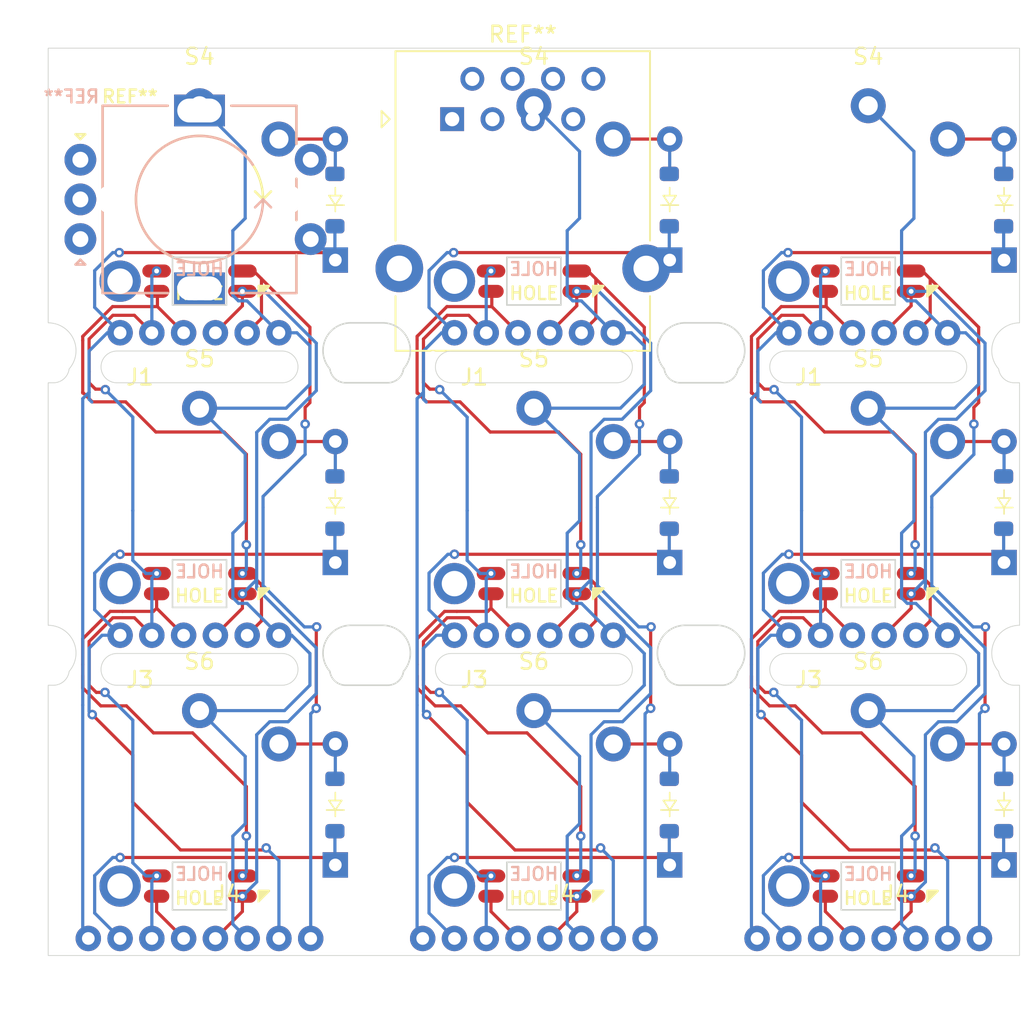
<source format=kicad_pcb>
(kicad_pcb (version 20241229) (generator "pcbnew") (generator_version "9.0")
  (layers (0 "F.Cu" signal) (2 "B.Cu" signal) (13 "F.Paste" user) (15 "B.Paste" user) (5 "F.SilkS" user "F.Silkscreen") (7 "B.SilkS" user "B.Silkscreen") (1 "F.Mask" user) (3 "B.Mask" user) (25 "Edge.Cuts" user))
  (net 0 "")
  (net 1 "Net-(D7-A)")
  (net 2 "Net-(D8-A)")
  (net 3 "Net-(D9-A)")
  (net 4 "Net-(D10-DOUT)")
  (net 5 "Net-(D11-DOUT)")
  (net 6 "/2")
  (net 7 "/3")
  (net 8 "/1")
  (net 9 "/6")
  (net 10 "/8")
  (net 11 "/7")
  (net 12 "/5")
  (net 13 "/4")
  (footprint "Library:6pin" (layer "F.Cu") (at 45.75 94.65 180)
    (property "Reference" "J3")
    (property "Value" "JST_06" (hide yes))
  )
  (footprint "Library:SK6812Mini-E" (layer "F.Cu") (at 82.85 110.45)
    (property "Reference" "D12" (hide yes))
    (property "Value" "LED_SK6812MINI" (hide yes))
    (fp_line (start -1.7 -1.5) (end -1.7 1.5) (stroke (width 0.1)) (layer "Edge.Cuts"))
    (fp_line (start -1.7 -1.5) (end 1.7 -1.5) (stroke (width 0.1)) (layer "Edge.Cuts"))
    (fp_line (start -1.7 1.5) (end 1.7 1.5) (stroke (width 0.1)) (layer "Edge.Cuts"))
    (fp_line (start 1.7 1.5) (end 1.7 -1.5) (stroke (width 0.1)) (layer "Edge.Cuts"))
  )
  (footprint "" (layer "F.Cu") (at 48.8 97.55)
    (property "Reference" "")
    (property "Value" "")
  )
  (footprint "" (layer "F.Cu") (at 32.7 97.55)
    (property "Reference" "")
    (property "Value" "")
  )
  (footprint "Library:Choc_V1V2_1.00u" (layer "F.Cu") (at 61.8 67.2)
    (property "Reference" "S4")
    (property "Value" "Keyswitch" (hide yes))
  )
  (footprint "" (layer "F.Cu") (at 55.45 77)
    (property "Reference" "")
    (property "Value" "")
  )
  (footprint "" (layer "F.Cu") (at 55.45 96.05)
    (property "Reference" "")
    (property "Value" "")
  )
  (footprint "Library:SK6812Mini-E" (layer "F.Cu") (at 61.8 110.45)
    (property "Reference" "D12" (hide yes))
    (property "Value" "LED_SK6812MINI" (hide yes))
    (fp_line (start -1.7 -1.5) (end -1.7 1.5) (stroke (width 0.1)) (layer "Edge.Cuts"))
    (fp_line (start -1.7 -1.5) (end 1.7 -1.5) (stroke (width 0.1)) (layer "Edge.Cuts"))
    (fp_line (start -1.7 1.5) (end 1.7 1.5) (stroke (width 0.1)) (layer "Edge.Cuts"))
    (fp_line (start 1.7 1.5) (end 1.7 -1.5) (stroke (width 0.1)) (layer "Edge.Cuts"))
  )
  (footprint "" (layer "F.Cu") (at 74.8 97.55)
    (property "Reference" "")
    (property "Value" "")
  )
  (footprint "Library:Choc_V1V2_1.00u" (layer "F.Cu") (at 61.8 105.3)
    (property "Reference" "S6")
    (property "Value" "Keyswitch" (hide yes))
  )
  (footprint "" (layer "F.Cu") (at 47.1 96.05)
    (property "Reference" "")
    (property "Value" "")
  )
  (footprint "" (layer "F.Cu") (at 69.85 78.5)
    (property "Reference" "")
    (property "Value" "")
  )
  (footprint "" (layer "F.Cu") (at 34.4 97.55)
    (property "Reference" "")
    (property "Value" "")
  )
  (footprint "Library:DualDiode" (layer "F.Cu") (at 91.4 90.07 90)
    (property "Reference" "D8" (hide yes))
    (property "Value" "Diode" (hide yes))
  )
  (footprint "Library:Choc_V1V2_1.00u" (layer "F.Cu") (at 40.75 86.25)
    (property "Reference" "S5")
    (property "Value" "Keyswitch" (hide yes))
  )
  (footprint "" (layer "F.Cu") (at 90.9 78.5)
    (property "Reference" "")
    (property "Value" "")
  )
  (footprint "" (layer "F.Cu") (at 47.1 77)
    (property "Reference" "")
    (property "Value" "")
  )
  (footprint "" (layer "F.Cu") (at 55.45 97.55)
    (property "Reference" "")
    (property "Value" "")
  )
  (footprint "Library:6pin" (layer "F.Cu") (at 66.8 75.6 180)
    (property "Reference" "J1")
    (property "Value" "JST_06" (hide yes))
  )
  (footprint "Library:LilHole" (layer "F.Cu") (at 68.15 97.55)
    (property "Reference" "REF**" (hide yes))
    (property "Value" "LilHole" (hide yes))
  )
  (footprint "Library:DualDiode" (layer "F.Cu") (at 91.4 71.02 90)
    (property "Reference" "D7" (hide yes))
    (property "Value" "Diode" (hide yes))
  )
  (footprint "reversible-kicad-footprints:EC11_Switch" (layer "F.Cu") (at 40.75 67.2)
    (property "Reference" "REF**")
    (property "Value" "EC11_Switch")
  )
  (footprint "Library:6pin" (layer "F.Cu") (at 87.85 75.6 180)
    (property "Reference" "J1")
    (property "Value" "JST_06" (hide yes))
  )
  (footprint "Library:Choc_V1V2_1.00u" (layer "F.Cu") (at 40.75 67.2)
    (property "Reference" "S4")
    (property "Value" "Keyswitch" (hide yes))
  )
  (footprint "Library:SK6812Mini-E" (layer "F.Cu") (at 61.8 91.4)
    (property "Reference" "D11" (hide yes))
    (property "Value" "LED_SK6812MINI" (hide yes))
    (fp_line (start -1.7 -1.5) (end -1.7 1.5) (stroke (width 0.1)) (layer "Edge.Cuts"))
    (fp_line (start -1.7 -1.5) (end 1.7 -1.5) (stroke (width 0.1)) (layer "Edge.Cuts"))
    (fp_line (start -1.7 1.5) (end 1.7 1.5) (stroke (width 0.1)) (layer "Edge.Cuts"))
    (fp_line (start 1.7 1.5) (end 1.7 -1.5) (stroke (width 0.1)) (layer "Edge.Cuts"))
  )
  (footprint "" (layer "F.Cu") (at 76.5 77)
    (property "Reference" "")
    (property "Value" "")
  )
  (footprint "Library:SK6812Mini-E" (layer "F.Cu") (at 61.8 72.35)
    (property "Reference" "D10" (hide yes))
    (property "Value" "LED_SK6812MINI" (hide yes))
    (fp_line (start -1.7 -1.5) (end -1.7 1.5) (stroke (width 0.1)) (layer "Edge.Cuts"))
    (fp_line (start -1.7 -1.5) (end 1.7 -1.5) (stroke (width 0.1)) (layer "Edge.Cuts"))
    (fp_line (start -1.7 1.5) (end 1.7 1.5) (stroke (width 0.1)) (layer "Edge.Cuts"))
    (fp_line (start 1.7 1.5) (end 1.7 -1.5) (stroke (width 0.1)) (layer "Edge.Cuts"))
  )
  (footprint "Library:Choc_V1V2_1.00u" (layer "F.Cu") (at 82.85 67.2)
    (property "Reference" "S4")
    (property "Value" "Keyswitch" (hide yes))
  )
  (footprint "Library:LilHole" (layer "F.Cu") (at 89.2 97.55)
    (property "Reference" "REF**" (hide yes))
    (property "Value" "LilHole" (hide yes))
  )
  (footprint "Library:SK6812Mini-E" (layer "F.Cu") (at 40.75 91.4)
    (property "Reference" "D11" (hide yes))
    (property "Value" "LED_SK6812MINI" (hide yes))
    (fp_line (start -1.7 -1.5) (end -1.7 1.5) (stroke (width 0.1)) (layer "Edge.Cuts"))
    (fp_line (start -1.7 -1.5) (end 1.7 -1.5) (stroke (width 0.1)) (layer "Edge.Cuts"))
    (fp_line (start -1.7 1.5) (end 1.7 1.5) (stroke (width 0.1)) (layer "Edge.Cuts"))
    (fp_line (start 1.7 1.5) (end 1.7 -1.5) (stroke (width 0.1)) (layer "Edge.Cuts"))
  )
  (footprint "Library:JST_EH_B8B-EH-A_1x08_P2.50mm_Vertical" (layer "F.Cu") (at 54.8 113.75)
    (property "Reference" "J4")
    (property "Value" "JST_08" (hide yes))
  )
  (footprint "Library:LilHole" (layer "F.Cu") (at 47.1 97.55)
    (property "Reference" "REF**" (hide yes))
    (property "Value" "LilHole" (hide yes))
  )
  (footprint "" (layer "F.Cu") (at 69.85 97.55)
    (property "Reference" "")
    (property "Value" "")
  )
  (footprint "Library:SK6812Mini-E" (layer "F.Cu") (at 40.75 72.35)
    (property "Reference" "D10" (hide yes))
    (property "Value" "LED_SK6812MINI" (hide yes))
    (fp_line (start -1.7 -1.5) (end -1.7 1.5) (stroke (width 0.1)) (layer "Edge.Cuts"))
    (fp_line (start -1.7 -1.5) (end 1.7 -1.5) (stroke (width 0.1)) (layer "Edge.Cuts"))
    (fp_line (start -1.7 1.5) (end 1.7 1.5) (stroke (width 0.1)) (layer "Edge.Cuts"))
    (fp_line (start 1.7 1.5) (end 1.7 -1.5) (stroke (width 0.1)) (layer "Edge.Cuts"))
  )
  (footprint "" (layer "F.Cu") (at 53.75 78.5)
    (property "Reference" "")
    (property "Value" "")
  )
  (footprint "" (layer "F.Cu") (at 76.5 78.5)
    (property "Reference" "")
    (property "Value" "")
  )
  (footprint "Library:Choc_V1V2_1.00u" (layer "F.Cu") (at 40.75 105.3)
    (property "Reference" "S6")
    (property "Value" "Keyswitch" (hide yes))
  )
  (footprint "" (layer "F.Cu") (at 89.2 77)
    (property "Reference" "")
    (property "Value" "")
  )
  (footprint "Library:Choc_V1V2_1.00u" (layer "F.Cu") (at 82.85 105.3)
    (property "Reference" "S6")
    (property "Value" "Keyswitch" (hide yes))
  )
  (footprint "" (layer "F.Cu") (at 34.4 96.05)
    (property "Reference" "")
    (property "Value" "")
  )
  (footprint "" (layer "F.Cu") (at 68.15 77)
    (property "Reference" "")
    (property "Value" "")
  )
  (footprint "Library:6pin" (layer "F.Cu") (at 66.8 94.65 180)
    (property "Reference" "J3")
    (property "Value" "JST_06" (hide yes))
  )
  (footprint "" (layer "F.Cu") (at 34.4 78.5)
    (property "Reference" "")
    (property "Value" "")
  )
  (footprint "" (layer "F.Cu") (at 68.15 96.05)
    (property "Reference" "")
    (property "Value" "")
  )
  (footprint "" (layer "F.Cu") (at 34.4 77)
    (property "Reference" "")
    (property "Value" "")
  )
  (footprint "Library:DualDiode" (layer "F.Cu") (at 70.35 71.02 90)
    (property "Reference" "D7" (hide yes))
    (property "Value" "Diode" (hide yes))
  )
  (footprint "" (layer "F.Cu") (at 53.75 97.55)
    (property "Reference" "")
    (property "Value" "")
  )
  (footprint "Library:JST_EH_B8B-EH-A_1x08_P2.50mm_Vertical" (layer "F.Cu") (at 33.75 113.75)
    (property "Reference" "J4")
    (property "Value" "JST_08" (hide yes))
  )
  (footprint "Library:JST_EH_B8B-EH-A_1x08_P2.50mm_Vertical" (layer "F.Cu") (at 75.85 113.75)
    (property "Reference" "J4")
    (property "Value" "JST_08" (hide yes))
  )
  (footprint "Connector_RJ:RJ45_Ninigi_GE" (layer "F.Cu") (at 56.655 62.145)
    (property "Reference" "REF**")
    (property "Value" "RJ45_Ninigi_GE")
  )
  (footprint "Library:6pin" (layer "F.Cu") (at 87.85 94.65 180)
    (property "Reference" "J3")
    (property "Value" "JST_06" (hide yes))
  )
  (footprint "Library:DualDiode" (layer "F.Cu") (at 70.35 90.07 90)
    (property "Reference" "D8" (hide yes))
    (property "Value" "Diode" (hide yes))
  )
  (footprint "Library:DualDiode" (layer "F.Cu") (at 49.3 90.07 90)
    (property "Reference" "D8" (hide yes))
    (property "Value" "Diode" (hide yes))
  )
  (footprint "Library:SK6812Mini-E" (layer "F.Cu") (at 40.75 110.45)
    (property "Reference" "D12" (hide yes))
    (property "Value" "LED_SK6812MINI" (hide yes))
    (fp_line (start -1.7 -1.5) (end -1.7 1.5) (stroke (width 0.1)) (layer "Edge.Cuts"))
    (fp_line (start -1.7 -1.5) (end 1.7 -1.5) (stroke (width 0.1)) (layer "Edge.Cuts"))
    (fp_line (start -1.7 1.5) (end 1.7 1.5) (stroke (width 0.1)) (layer "Edge.Cuts"))
    (fp_line (start 1.7 1.5) (end 1.7 -1.5) (stroke (width 0.1)) (layer "Edge.Cuts"))
  )
  (footprint "" (layer "F.Cu") (at 76.5 96.05)
    (property "Reference" "")
    (property "Value" "")
  )
  (footprint "" (layer "F.Cu") (at 47.1 78.5)
    (property "Reference" "")
    (property "Value" "")
  )
  (footprint "" (layer "F.Cu") (at 90.9 97.55)
    (property "Reference" "")
    (property "Value" "")
  )
  (footprint "Library:Choc_V1V2_1.00u" (layer "F.Cu") (at 61.8 86.25)
    (property "Reference" "S5")
    (property "Value" "Keyswitch" (hide yes))
  )
  (footprint "Library:DualDiode" (layer "F.Cu") (at 70.35 109.12 90)
    (property "Reference" "D9" (hide yes))
    (property "Value" "Diode" (hide yes))
  )
  (footprint "Library:SK6812Mini-E" (layer "F.Cu") (at 82.85 72.35)
    (property "Reference" "D10" (hide yes))
    (property "Value" "LED_SK6812MINI" (hide yes))
    (fp_line (start -1.7 -1.5) (end -1.7 1.5) (stroke (width 0.1)) (layer "Edge.Cuts"))
    (fp_line (start -1.7 -1.5) (end 1.7 -1.5) (stroke (width 0.1)) (layer "Edge.Cuts"))
    (fp_line (start -1.7 1.5) (end 1.7 1.5) (stroke (width 0.1)) (layer "Edge.Cuts"))
    (fp_line (start 1.7 1.5) (end 1.7 -1.5) (stroke (width 0.1)) (layer "Edge.Cuts"))
  )
  (footprint "Library:DualDiode" (layer "F.Cu") (at 49.3 109.12 90)
    (property "Reference" "D9" (hide yes))
    (property "Value" "Diode" (hide yes))
  )
  (footprint "Library:Choc_V1V2_1.00u" (layer "F.Cu") (at 82.85 86.25)
    (property "Reference" "S5")
    (property "Value" "Keyswitch" (hide yes))
  )
  (footprint "Library:DualDiode" (layer "F.Cu") (at 91.4 109.12 90)
    (property "Reference" "D9" (hide yes))
    (property "Value" "Diode" (hide yes))
  )
  (footprint "" (layer "F.Cu") (at 48.8 78.5)
    (property "Reference" "")
    (property "Value" "")
  )
  (footprint "" (layer "F.Cu") (at 76.5 97.55)
    (property "Reference" "")
    (property "Value" "")
  )
  (footprint "Library:DualDiode" (layer "F.Cu") (at 49.3 71.02 90)
    (property "Reference" "D7" (hide yes))
    (property "Value" "Diode" (hide yes))
  )
  (footprint "" (layer "F.Cu") (at 89.2 78.5)
    (property "Reference" "")
    (property "Value" "")
  )
  (footprint "" (layer "F.Cu") (at 89.2 96.05)
    (property "Reference" "")
    (property "Value" "")
  )
  (footprint "Library:SK6812Mini-E" (layer "F.Cu") (at 82.85 91.4)
    (property "Reference" "D11" (hide yes))
    (property "Value" "LED_SK6812MINI" (hide yes))
    (fp_line (start -1.7 -1.5) (end -1.7 1.5) (stroke (width 0.1)) (layer "Edge.Cuts"))
    (fp_line (start -1.7 -1.5) (end 1.7 -1.5) (stroke (width 0.1)) (layer "Edge.Cuts"))
    (fp_line (start -1.7 1.5) (end 1.7 1.5) (stroke (width 0.1)) (layer "Edge.Cuts"))
    (fp_line (start 1.7 1.5) (end 1.7 -1.5) (stroke (width 0.1)) (layer "Edge.Cuts"))
  )
  (footprint "" (layer "F.Cu") (at 32.7 78.5)
    (property "Reference" "")
    (property "Value" "")
  )
  (footprint "" (layer "F.Cu") (at 68.15 78.5)
    (property "Reference" "")
    (property "Value" "")
  )
  (footprint "" (layer "F.Cu") (at 74.8 78.5)
    (property "Reference" "")
    (property "Value" "")
  )
  (footprint "Library:6pin" (layer "F.Cu") (at 45.75 75.6 180)
    (property "Reference" "J1")
    (property "Value" "JST_06" (hide yes))
  )
  (footprint "" (layer "F.Cu") (at 55.45 78.5)
    (property "Reference" "")
    (property "Value" "")
  )
  (gr_poly (pts (xy 67.089689 76.753474) (xy 67.178656 76.765525) (xy 67.266184 76.785503) (xy 67.351569 76.813246) (xy 67.434124 76.848532) (xy 67.513183 76.891076) (xy 67.588111 76.940535) (xy 67.658303 76.996511) (xy 67.723195 77.058555) (xy 67.782265 77.126165) (xy 67.835036 77.198798) (xy 67.881083 77.275869) (xy 67.920037 77.356757) (xy 67.951583 77.440812) (xy 67.975468 77.527356) (xy 67.991499 77.615692) (xy 67.999547 77.70511) (xy 68.00005 77.75) (xy 67.999547 77.79489) (xy 67.991499 77.884308) (xy 67.975468 77.972644) (xy 67.951583 78.059188) (xy 67.920037 78.143243) (xy 67.881083 78.224131) (xy 67.835036 78.301202) (xy 67.782265 78.373835) (xy 67.723195 78.441445) (xy 67.658303 78.503489) (xy 67.588111 78.559465) (xy 67.513183 78.608924) (xy 67.434124 78.651468) (xy 67.351569 78.686754) (xy 67.266184 78.714497) (xy 67.178656 78.734475) (xy 67.089689 78.746526) (xy 67 78.750554) (xy 66.988778 78.75005) (xy 56.611272 78.75005) (xy 56.60005 78.750554) (xy 56.510361 78.746526) (xy 56.421394 78.734475) (xy 56.333866 78.714497) (xy 56.248481 78.686754) (xy 56.165926 78.651468) (xy 56.086867 78.608924) (xy 56.011939 78.559465) (xy 55.941747 78.503489) (xy 55.876855 78.441445) (xy 55.817785 78.373835) (xy 55.765014 78.301202) (xy 55.718967 78.224131) (xy 55.680013 78.143243) (xy 55.648467 78.059188) (xy 55.624582 77.972644) (xy 55.608551 77.884308) (xy 55.600503 77.79489) (xy 55.600503 77.70511) (xy 55.608551 77.615692) (xy 55.624582 77.527356) (xy 55.648467 77.440812) (xy 55.680013 77.356757) (xy 55.718967 77.275869) (xy 55.765014 77.198798) (xy 55.817785 77.126165) (xy 55.876855 77.058555) (xy 55.941747 76.996511) (xy 56.011939 76.940535) (xy 56.086867 76.891076) (xy 56.165926 76.848532) (xy 56.248481 76.813246) (xy 56.333866 76.785503) (xy 56.421394 76.765525) (xy 56.510361 76.753474) (xy 56.60005 76.749446) (xy 56.611272 76.74995) (xy 66.988778 76.74995) (xy 67 76.749446)) (stroke (width 0.05)) (fill no) (layer "Edge.Cuts"))
  (gr_poly (pts (xy 71.325 94.025249) (xy 73.325 94.025249) (xy 73.413661 94.026747) (xy 73.531483 94.036721) (xy 73.648363 94.054627) (xy 73.763767 94.080381) (xy 73.877169 94.113869) (xy 73.988052 94.154935) (xy 74.09591 94.203394) (xy 74.20025 94.259023) (xy 74.300596 94.321569) (xy 74.396491 94.390747) (xy 74.487497 94.466242) (xy 74.573199 94.547707) (xy 74.653206 94.634773) (xy 74.727152 94.727041) (xy 74.794701 94.824091) (xy 74.855543 94.925479) (xy 74.909402 95.030744) (xy 74.956032 95.139404) (xy 74.99522 95.250965) (xy 75.026787 95.364917) (xy 75.05059 95.480739) (xy 75.066518 95.597905) (xy 75.074501 95.715878) (xy 75.075 95.775) (xy 75.074501 95.834122) (xy 75.066518 95.952095) (xy 75.05059 96.069261) (xy 75.026787 96.185083) (xy 74.99522 96.299035) (xy 74.956032 96.410596) (xy 74.909402 96.519256) (xy 74.855543 96.624521) (xy 74.794701 96.725909) (xy 74.727152 96.822959) (xy 74.653206 96.915227) (xy 74.642075 96.927339) (xy 74.641449 96.934301) (xy 74.625419 97.022633) (xy 74.601536 97.109173) (xy 74.569991 97.193223) (xy 74.531039 97.274107) (xy 74.484994 97.351175) (xy 74.432226 97.423804) (xy 74.373159 97.491411) (xy 74.30827 97.553451) (xy 74.238081 97.609425) (xy 74.163158 97.658881) (xy 74.084102 97.701423) (xy 74.001552 97.736707) (xy 73.916171 97.764449) (xy 73.828647 97.784425) (xy 73.739684 97.796476) (xy 73.65 97.800504) (xy 73.638778 97.8) (xy 73.325 97.8) (xy 71.325 97.8) (xy 71.011222 97.8) (xy 71 97.800504) (xy 70.910316 97.796476) (xy 70.821353 97.784425) (xy 70.733829 97.764449) (xy 70.648448 97.736707) (xy 70.565898 97.701423) (xy 70.486842 97.658881) (xy 70.411919 97.609425) (xy 70.34173 97.553451) (xy 70.276841 97.491411) (xy 70.217774 97.423804) (xy 70.165006 97.351175) (xy 70.118961 97.274107) (xy 70.080009 97.193223) (xy 70.048464 97.109173) (xy 70.024581 97.022633) (xy 70.008551 96.934301) (xy 70.007856 96.926579) (xy 69.959042 96.869718) (xy 69.888254 96.775005) (xy 69.824022 96.675729) (xy 69.766638 96.572343) (xy 69.716365 96.46532) (xy 69.673431 96.355146) (xy 69.638034 96.242326) (xy 69.610333 96.127373) (xy 69.590457 96.010812) (xy 69.578494 95.893176) (xy 69.574501 95.775) (xy 69.578494 95.656824) (xy 69.590457 95.539188) (xy 69.610333 95.422627) (xy 69.638034 95.307674) (xy 69.673431 95.194854) (xy 69.716365 95.08468) (xy 69.766638 94.977657) (xy 69.824022 94.874271) (xy 69.888254 94.774995) (xy 69.959042 94.680282) (xy 70.036062 94.590564) (xy 70.118964 94.506251) (xy 70.207368 94.427726) (xy 70.300872 94.355349) (xy 70.399049 94.289449) (xy 70.50145 94.230327) (xy 70.60761 94.178253) (xy 70.717042 94.133465) (xy 70.829249 94.096167) (xy 70.943717 94.066529) (xy 71.059926 94.044687) (xy 71.177344 94.030739) (xy 71.295435 94.02475)) (stroke (width 0.1)) (fill no) (layer "Edge.Cuts"))
  (gr_poly (pts (xy 71.325 74.975249) (xy 73.325 74.975249) (xy 73.413661 74.976747) (xy 73.531483 74.986721) (xy 73.648363 75.004627) (xy 73.763767 75.030381) (xy 73.877169 75.063869) (xy 73.988052 75.104935) (xy 74.09591 75.153394) (xy 74.20025 75.209023) (xy 74.300596 75.271569) (xy 74.396491 75.340747) (xy 74.487497 75.416242) (xy 74.573199 75.497707) (xy 74.653206 75.584773) (xy 74.727152 75.677041) (xy 74.794701 75.774091) (xy 74.855543 75.875479) (xy 74.909402 75.980744) (xy 74.956032 76.089404) (xy 74.99522 76.200965) (xy 75.026787 76.314917) (xy 75.05059 76.430739) (xy 75.066518 76.547905) (xy 75.074501 76.665878) (xy 75.075 76.725) (xy 75.074501 76.784122) (xy 75.066518 76.902095) (xy 75.05059 77.019261) (xy 75.026787 77.135083) (xy 74.99522 77.249035) (xy 74.956032 77.360596) (xy 74.909402 77.469256) (xy 74.855543 77.574521) (xy 74.794701 77.675909) (xy 74.727152 77.772959) (xy 74.653206 77.865227) (xy 74.642075 77.877339) (xy 74.641449 77.884301) (xy 74.625419 77.972633) (xy 74.601536 78.059173) (xy 74.569991 78.143223) (xy 74.531039 78.224107) (xy 74.484994 78.301175) (xy 74.432226 78.373804) (xy 74.373159 78.441411) (xy 74.30827 78.503451) (xy 74.238081 78.559425) (xy 74.163158 78.608881) (xy 74.084102 78.651423) (xy 74.001552 78.686707) (xy 73.916171 78.714449) (xy 73.828647 78.734425) (xy 73.739684 78.746476) (xy 73.65 78.750504) (xy 73.638778 78.75) (xy 73.325 78.75) (xy 71.325 78.75) (xy 71.011222 78.75) (xy 71 78.750504) (xy 70.910316 78.746476) (xy 70.821353 78.734425) (xy 70.733829 78.714449) (xy 70.648448 78.686707) (xy 70.565898 78.651423) (xy 70.486842 78.608881) (xy 70.411919 78.559425) (xy 70.34173 78.503451) (xy 70.276841 78.441411) (xy 70.217774 78.373804) (xy 70.165006 78.301175) (xy 70.118961 78.224107) (xy 70.080009 78.143223) (xy 70.048464 78.059173) (xy 70.024581 77.972633) (xy 70.008551 77.884301) (xy 70.007856 77.876579) (xy 69.959042 77.819718) (xy 69.888254 77.725005) (xy 69.824022 77.625729) (xy 69.766638 77.522343) (xy 69.716365 77.41532) (xy 69.673431 77.305146) (xy 69.638034 77.192326) (xy 69.610333 77.077373) (xy 69.590457 76.960812) (xy 69.578494 76.843176) (xy 69.574501 76.725) (xy 69.578494 76.606824) (xy 69.590457 76.489188) (xy 69.610333 76.372627) (xy 69.638034 76.257674) (xy 69.673431 76.144854) (xy 69.716365 76.03468) (xy 69.766638 75.927657) (xy 69.824022 75.824271) (xy 69.888254 75.724995) (xy 69.959042 75.630282) (xy 70.036062 75.540564) (xy 70.118964 75.456251) (xy 70.207368 75.377726) (xy 70.300872 75.305349) (xy 70.399049 75.239449) (xy 70.50145 75.180327) (xy 70.60761 75.128253) (xy 70.717042 75.083465) (xy 70.829249 75.046167) (xy 70.943717 75.016529) (xy 71.059926 74.994687) (xy 71.177344 74.980739) (xy 71.295435 74.97475)) (stroke (width 0.1)) (fill no) (layer "Edge.Cuts"))
  (gr_poly (pts (xy 50.275 74.975249) (xy 52.275 74.975249) (xy 52.363661 74.976747) (xy 52.481483 74.986721) (xy 52.598363 75.004627) (xy 52.713767 75.030381) (xy 52.827169 75.063869) (xy 52.938052 75.104935) (xy 53.04591 75.153394) (xy 53.15025 75.209023) (xy 53.250596 75.271569) (xy 53.346491 75.340747) (xy 53.437497 75.416242) (xy 53.523199 75.497707) (xy 53.603206 75.584773) (xy 53.677152 75.677041) (xy 53.744701 75.774091) (xy 53.805543 75.875479) (xy 53.859402 75.980744) (xy 53.906032 76.089404) (xy 53.94522 76.200965) (xy 53.976787 76.314917) (xy 54.00059 76.430739) (xy 54.016518 76.547905) (xy 54.024501 76.665878) (xy 54.025 76.725) (xy 54.024501 76.784122) (xy 54.016518 76.902095) (xy 54.00059 77.019261) (xy 53.976787 77.135083) (xy 53.94522 77.249035) (xy 53.906032 77.360596) (xy 53.859402 77.469256) (xy 53.805543 77.574521) (xy 53.744701 77.675909) (xy 53.677152 77.772959) (xy 53.603206 77.865227) (xy 53.592075 77.877339) (xy 53.591449 77.884301) (xy 53.575419 77.972633) (xy 53.551536 78.059173) (xy 53.519991 78.143223) (xy 53.481039 78.224107) (xy 53.434994 78.301175) (xy 53.382226 78.373804) (xy 53.323159 78.441411) (xy 53.25827 78.503451) (xy 53.188081 78.559425) (xy 53.113158 78.608881) (xy 53.034102 78.651423) (xy 52.951552 78.686707) (xy 52.866171 78.714449) (xy 52.778647 78.734425) (xy 52.689684 78.746476) (xy 52.6 78.750504) (xy 52.588778 78.75) (xy 52.275 78.75) (xy 50.275 78.75) (xy 49.961222 78.75) (xy 49.95 78.750504) (xy 49.860316 78.746476) (xy 49.771353 78.734425) (xy 49.683829 78.714449) (xy 49.598448 78.686707) (xy 49.515898 78.651423) (xy 49.436842 78.608881) (xy 49.361919 78.559425) (xy 49.29173 78.503451) (xy 49.226841 78.441411) (xy 49.167774 78.373804) (xy 49.115006 78.301175) (xy 49.068961 78.224107) (xy 49.030009 78.143223) (xy 48.998464 78.059173) (xy 48.974581 77.972633) (xy 48.958551 77.884301) (xy 48.957856 77.876579) (xy 48.909042 77.819718) (xy 48.838254 77.725005) (xy 48.774022 77.625729) (xy 48.716638 77.522343) (xy 48.666365 77.41532) (xy 48.623431 77.305146) (xy 48.588034 77.192326) (xy 48.560333 77.077373) (xy 48.540457 76.960812) (xy 48.528494 76.843176) (xy 48.524501 76.725) (xy 48.528494 76.606824) (xy 48.540457 76.489188) (xy 48.560333 76.372627) (xy 48.588034 76.257674) (xy 48.623431 76.144854) (xy 48.666365 76.03468) (xy 48.716638 75.927657) (xy 48.774022 75.824271) (xy 48.838254 75.724995) (xy 48.909042 75.630282) (xy 48.986062 75.540564) (xy 49.068964 75.456251) (xy 49.157368 75.377726) (xy 49.250872 75.305349) (xy 49.349049 75.239449) (xy 49.45145 75.180327) (xy 49.55761 75.128253) (xy 49.667042 75.083465) (xy 49.779249 75.046167) (xy 49.893717 75.016529) (xy 50.009926 74.994687) (xy 50.127344 74.980739) (xy 50.245435 74.97475)) (stroke (width 0.1)) (fill no) (layer "Edge.Cuts"))
  (gr_poly (pts (xy 56.612408 95.800001) (xy 67 95.800001) (xy 67 95.800247) (xy 67.089617 95.804271) (xy 67.178513 95.816313) (xy 67.265971 95.836275) (xy 67.351288 95.863996) (xy 67.433777 95.899253) (xy 67.512773 95.941763) (xy 67.58764 95.991182) (xy 67.657777 96.047114) (xy 67.722617 96.109108) (xy 67.781639 96.176664) (xy 67.834368 96.249239) (xy 67.880378 96.326248) (xy 67.919301 96.407072) (xy 67.950822 96.491059) (xy 67.974688 96.577534) (xy 67.990705 96.6658) (xy 67.998747 96.755146) (xy 67.99925 96.8) (xy 67.998747 96.844854) (xy 67.990705 96.9342) (xy 67.974688 97.022466) (xy 67.950822 97.108941) (xy 67.919301 97.192928) (xy 67.880378 97.273752) (xy 67.834368 97.350761) (xy 67.781639 97.423336) (xy 67.722617 97.490892) (xy 67.657777 97.552886) (xy 67.58764 97.608818) (xy 67.512773 97.658237) (xy 67.433777 97.700747) (xy 67.351288 97.736004) (xy 67.265971 97.763725) (xy 67.178513 97.783687) (xy 67.089617 97.795729) (xy 67 97.799754) (xy 67 97.8) (xy 56.612386 97.8) (xy 56.60005 97.800554) (xy 56.510361 97.796526) (xy 56.421394 97.784475) (xy 56.333866 97.764497) (xy 56.248481 97.736754) (xy 56.165926 97.701468) (xy 56.086867 97.658924) (xy 56.011939 97.609465) (xy 55.941747 97.553489) (xy 55.876855 97.491445) (xy 55.817785 97.423835) (xy 55.765014 97.351202) (xy 55.718967 97.274131) (xy 55.680013 97.193243) (xy 55.648467 97.109188) (xy 55.624582 97.022644) (xy 55.608551 96.934308) (xy 55.600503 96.84489) (xy 55.600503 96.75511) (xy 55.608551 96.665692) (xy 55.624582 96.577356) (xy 55.648467 96.490812) (xy 55.680013 96.406757) (xy 55.718967 96.325869) (xy 55.765014 96.248798) (xy 55.817785 96.176165) (xy 55.876855 96.108555) (xy 55.941747 96.046511) (xy 56.011939 95.990535) (xy 56.086867 95.941076) (xy 56.165926 95.898532) (xy 56.248481 95.863246) (xy 56.333866 95.835503) (xy 56.421394 95.815525) (xy 56.510361 95.803474) (xy 56.60005 95.799446)) (stroke (width 0.05)) (fill no) (layer "Edge.Cuts"))
  (gr_poly (pts (xy 46.039689 76.753474) (xy 46.128656 76.765525) (xy 46.216184 76.785503) (xy 46.301569 76.813246) (xy 46.384124 76.848532) (xy 46.463183 76.891076) (xy 46.538111 76.940535) (xy 46.608303 76.996511) (xy 46.673195 77.058555) (xy 46.732265 77.126165) (xy 46.785036 77.198798) (xy 46.831083 77.275869) (xy 46.870037 77.356757) (xy 46.901583 77.440812) (xy 46.925468 77.527356) (xy 46.941499 77.615692) (xy 46.949547 77.70511) (xy 46.95005 77.75) (xy 46.949547 77.79489) (xy 46.941499 77.884308) (xy 46.925468 77.972644) (xy 46.901583 78.059188) (xy 46.870037 78.143243) (xy 46.831083 78.224131) (xy 46.785036 78.301202) (xy 46.732265 78.373835) (xy 46.673195 78.441445) (xy 46.608303 78.503489) (xy 46.538111 78.559465) (xy 46.463183 78.608924) (xy 46.384124 78.651468) (xy 46.301569 78.686754) (xy 46.216184 78.714497) (xy 46.128656 78.734475) (xy 46.039689 78.746526) (xy 45.95 78.750554) (xy 45.938778 78.75005) (xy 35.561272 78.75005) (xy 35.55005 78.750554) (xy 35.460361 78.746526) (xy 35.371394 78.734475) (xy 35.283866 78.714497) (xy 35.198481 78.686754) (xy 35.115926 78.651468) (xy 35.036867 78.608924) (xy 34.961939 78.559465) (xy 34.891747 78.503489) (xy 34.826855 78.441445) (xy 34.767785 78.373835) (xy 34.715014 78.301202) (xy 34.668967 78.224131) (xy 34.630013 78.143243) (xy 34.598467 78.059188) (xy 34.574582 77.972644) (xy 34.558551 77.884308) (xy 34.550503 77.79489) (xy 34.550503 77.70511) (xy 34.558551 77.615692) (xy 34.574582 77.527356) (xy 34.598467 77.440812) (xy 34.630013 77.356757) (xy 34.668967 77.275869) (xy 34.715014 77.198798) (xy 34.767785 77.126165) (xy 34.826855 77.058555) (xy 34.891747 76.996511) (xy 34.961939 76.940535) (xy 35.036867 76.891076) (xy 35.115926 76.848532) (xy 35.198481 76.813246) (xy 35.283866 76.785503) (xy 35.371394 76.765525) (xy 35.460361 76.753474) (xy 35.55005 76.749446) (xy 35.561272 76.74995) (xy 45.938778 76.74995) (xy 45.95 76.749446)) (stroke (width 0.05)) (fill no) (layer "Edge.Cuts"))
  (gr_poly (pts (xy 35.562408 95.800001) (xy 45.95 95.800001) (xy 45.95 95.800247) (xy 46.039617 95.804271) (xy 46.128513 95.816313) (xy 46.215971 95.836275) (xy 46.301288 95.863996) (xy 46.383777 95.899253) (xy 46.462773 95.941763) (xy 46.53764 95.991182) (xy 46.607777 96.047114) (xy 46.672617 96.109108) (xy 46.731639 96.176664) (xy 46.784368 96.249239) (xy 46.830378 96.326248) (xy 46.869301 96.407072) (xy 46.900822 96.491059) (xy 46.924688 96.577534) (xy 46.940705 96.6658) (xy 46.948747 96.755146) (xy 46.94925 96.8) (xy 46.948747 96.844854) (xy 46.940705 96.9342) (xy 46.924688 97.022466) (xy 46.900822 97.108941) (xy 46.869301 97.192928) (xy 46.830378 97.273752) (xy 46.784368 97.350761) (xy 46.731639 97.423336) (xy 46.672617 97.490892) (xy 46.607777 97.552886) (xy 46.53764 97.608818) (xy 46.462773 97.658237) (xy 46.383777 97.700747) (xy 46.301288 97.736004) (xy 46.215971 97.763725) (xy 46.128513 97.783687) (xy 46.039617 97.795729) (xy 45.95 97.799754) (xy 45.95 97.8) (xy 35.562386 97.8) (xy 35.55005 97.800554) (xy 35.460361 97.796526) (xy 35.371394 97.784475) (xy 35.283866 97.764497) (xy 35.198481 97.736754) (xy 35.115926 97.701468) (xy 35.036867 97.658924) (xy 34.961939 97.609465) (xy 34.891747 97.553489) (xy 34.826855 97.491445) (xy 34.767785 97.423835) (xy 34.715014 97.351202) (xy 34.668967 97.274131) (xy 34.630013 97.193243) (xy 34.598467 97.109188) (xy 34.574582 97.022644) (xy 34.558551 96.934308) (xy 34.550503 96.84489) (xy 34.550503 96.75511) (xy 34.558551 96.665692) (xy 34.574582 96.577356) (xy 34.598467 96.490812) (xy 34.630013 96.406757) (xy 34.668967 96.325869) (xy 34.715014 96.248798) (xy 34.767785 96.176165) (xy 34.826855 96.108555) (xy 34.891747 96.046511) (xy 34.961939 95.990535) (xy 35.036867 95.941076) (xy 35.115926 95.898532) (xy 35.198481 95.863246) (xy 35.283866 95.835503) (xy 35.371394 95.815525) (xy 35.460361 95.803474) (xy 35.55005 95.799446)) (stroke (width 0.05)) (fill no) (layer "Edge.Cuts"))
  (gr_poly (pts (xy 88.139689 76.753474) (xy 88.228656 76.765525) (xy 88.316184 76.785503) (xy 88.401569 76.813246) (xy 88.484124 76.848532) (xy 88.563183 76.891076) (xy 88.638111 76.940535) (xy 88.708303 76.996511) (xy 88.773195 77.058555) (xy 88.832265 77.126165) (xy 88.885036 77.198798) (xy 88.931083 77.275869) (xy 88.970037 77.356757) (xy 89.001583 77.440812) (xy 89.025468 77.527356) (xy 89.041499 77.615692) (xy 89.049547 77.70511) (xy 89.05005 77.75) (xy 89.049547 77.79489) (xy 89.041499 77.884308) (xy 89.025468 77.972644) (xy 89.001583 78.059188) (xy 88.970037 78.143243) (xy 88.931083 78.224131) (xy 88.885036 78.301202) (xy 88.832265 78.373835) (xy 88.773195 78.441445) (xy 88.708303 78.503489) (xy 88.638111 78.559465) (xy 88.563183 78.608924) (xy 88.484124 78.651468) (xy 88.401569 78.686754) (xy 88.316184 78.714497) (xy 88.228656 78.734475) (xy 88.139689 78.746526) (xy 88.05 78.750554) (xy 88.038778 78.75005) (xy 77.661272 78.75005) (xy 77.65005 78.750554) (xy 77.560361 78.746526) (xy 77.471394 78.734475) (xy 77.383866 78.714497) (xy 77.298481 78.686754) (xy 77.215926 78.651468) (xy 77.136867 78.608924) (xy 77.061939 78.559465) (xy 76.991747 78.503489) (xy 76.926855 78.441445) (xy 76.867785 78.373835) (xy 76.815014 78.301202) (xy 76.768967 78.224131) (xy 76.730013 78.143243) (xy 76.698467 78.059188) (xy 76.674582 77.972644) (xy 76.658551 77.884308) (xy 76.650503 77.79489) (xy 76.650503 77.70511) (xy 76.658551 77.615692) (xy 76.674582 77.527356) (xy 76.698467 77.440812) (xy 76.730013 77.356757) (xy 76.768967 77.275869) (xy 76.815014 77.198798) (xy 76.867785 77.126165) (xy 76.926855 77.058555) (xy 76.991747 76.996511) (xy 77.061939 76.940535) (xy 77.136867 76.891076) (xy 77.215926 76.848532) (xy 77.298481 76.813246) (xy 77.383866 76.785503) (xy 77.471394 76.765525) (xy 77.560361 76.753474) (xy 77.65005 76.749446) (xy 77.661272 76.74995) (xy 88.038778 76.74995) (xy 88.05 76.749446)) (stroke (width 0.05)) (fill no) (layer "Edge.Cuts"))
  (gr_poly (pts (xy 50.275 94.025249) (xy 52.275 94.025249) (xy 52.363661 94.026747) (xy 52.481483 94.036721) (xy 52.598363 94.054627) (xy 52.713767 94.080381) (xy 52.827169 94.113869) (xy 52.938052 94.154935) (xy 53.04591 94.203394) (xy 53.15025 94.259023) (xy 53.250596 94.321569) (xy 53.346491 94.390747) (xy 53.437497 94.466242) (xy 53.523199 94.547707) (xy 53.603206 94.634773) (xy 53.677152 94.727041) (xy 53.744701 94.824091) (xy 53.805543 94.925479) (xy 53.859402 95.030744) (xy 53.906032 95.139404) (xy 53.94522 95.250965) (xy 53.976787 95.364917) (xy 54.00059 95.480739) (xy 54.016518 95.597905) (xy 54.024501 95.715878) (xy 54.025 95.775) (xy 54.024501 95.834122) (xy 54.016518 95.952095) (xy 54.00059 96.069261) (xy 53.976787 96.185083) (xy 53.94522 96.299035) (xy 53.906032 96.410596) (xy 53.859402 96.519256) (xy 53.805543 96.624521) (xy 53.744701 96.725909) (xy 53.677152 96.822959) (xy 53.603206 96.915227) (xy 53.592075 96.927339) (xy 53.591449 96.934301) (xy 53.575419 97.022633) (xy 53.551536 97.109173) (xy 53.519991 97.193223) (xy 53.481039 97.274107) (xy 53.434994 97.351175) (xy 53.382226 97.423804) (xy 53.323159 97.491411) (xy 53.25827 97.553451) (xy 53.188081 97.609425) (xy 53.113158 97.658881) (xy 53.034102 97.701423) (xy 52.951552 97.736707) (xy 52.866171 97.764449) (xy 52.778647 97.784425) (xy 52.689684 97.796476) (xy 52.6 97.800504) (xy 52.588778 97.8) (xy 52.275 97.8) (xy 50.275 97.8) (xy 49.961222 97.8) (xy 49.95 97.800504) (xy 49.860316 97.796476) (xy 49.771353 97.784425) (xy 49.683829 97.764449) (xy 49.598448 97.736707) (xy 49.515898 97.701423) (xy 49.436842 97.658881) (xy 49.361919 97.609425) (xy 49.29173 97.553451) (xy 49.226841 97.491411) (xy 49.167774 97.423804) (xy 49.115006 97.351175) (xy 49.068961 97.274107) (xy 49.030009 97.193223) (xy 48.998464 97.109173) (xy 48.974581 97.022633) (xy 48.958551 96.934301) (xy 48.957856 96.926579) (xy 48.909042 96.869718) (xy 48.838254 96.775005) (xy 48.774022 96.675729) (xy 48.716638 96.572343) (xy 48.666365 96.46532) (xy 48.623431 96.355146) (xy 48.588034 96.242326) (xy 48.560333 96.127373) (xy 48.540457 96.010812) (xy 48.528494 95.893176) (xy 48.524501 95.775) (xy 48.528494 95.656824) (xy 48.540457 95.539188) (xy 48.560333 95.422627) (xy 48.588034 95.307674) (xy 48.623431 95.194854) (xy 48.666365 95.08468) (xy 48.716638 94.977657) (xy 48.774022 94.874271) (xy 48.838254 94.774995) (xy 48.909042 94.680282) (xy 48.986062 94.590564) (xy 49.068964 94.506251) (xy 49.157368 94.427726) (xy 49.250872 94.355349) (xy 49.349049 94.289449) (xy 49.45145 94.230327) (xy 49.55761 94.178253) (xy 49.667042 94.133465) (xy 49.779249 94.096167) (xy 49.893717 94.066529) (xy 50.009926 94.044687) (xy 50.127344 94.030739) (xy 50.245435 94.02475)) (stroke (width 0.1)) (fill no) (layer "Edge.Cuts"))
  (gr_poly (pts (xy 92.375 74.975249) (xy 92.345435 74.97475) (xy 92.227344 74.980739) (xy 92.109926 74.994687) (xy 91.993717 75.016529) (xy 91.879249 75.046167) (xy 91.767042 75.083465) (xy 91.65761 75.128253) (xy 91.55145 75.180327) (xy 91.449049 75.239449) (xy 91.350872 75.305349) (xy 91.257368 75.377726) (xy 91.168964 75.456251) (xy 91.086062 75.540564) (xy 91.009042 75.630282) (xy 90.938254 75.724995) (xy 90.874022 75.824271) (xy 90.816638 75.927657) (xy 90.766365 76.03468) (xy 90.723431 76.144854) (xy 90.688034 76.257674) (xy 90.660333 76.372627) (xy 90.640457 76.489188) (xy 90.628494 76.606824) (xy 90.624501 76.725) (xy 90.628494 76.843176) (xy 90.640457 76.960812) (xy 90.660333 77.077373) (xy 90.688034 77.192326) (xy 90.723431 77.305146) (xy 90.766365 77.41532) (xy 90.816638 77.522343) (xy 90.874022 77.625729) (xy 90.938254 77.725005) (xy 91.009042 77.819718) (xy 91.057856 77.876579) (xy 91.058551 77.884301) (xy 91.074581 77.972633) (xy 91.098464 78.059173) (xy 91.130009 78.143223) (xy 91.168961 78.224107) (xy 91.215006 78.301175) (xy 91.267774 78.373804) (xy 91.326841 78.441411) (xy 91.39173 78.503451) (xy 91.461919 78.559425) (xy 91.536842 78.608881) (xy 91.615898 78.651423) (xy 91.698448 78.686707) (xy 91.783829 78.714449) (xy 91.871353 78.734425) (xy 91.960316 78.746476) (xy 92.05 78.750504) (xy 92.061222 78.75) (xy 92.375 78.75) (xy 92.375 94.025249) (xy 92.345435 94.02475) (xy 92.227344 94.030739) (xy 92.109926 94.044687) (xy 91.993717 94.066529) (xy 91.879249 94.096167) (xy 91.767042 94.133465) (xy 91.65761 94.178253) (xy 91.55145 94.230327) (xy 91.449049 94.289449) (xy 91.350872 94.355349) (xy 91.257368 94.427726) (xy 91.168964 94.506251) (xy 91.086062 94.590564) (xy 91.009042 94.680282) (xy 90.938254 94.774995) (xy 90.874022 94.874271) (xy 90.816638 94.977657) (xy 90.766365 95.08468) (xy 90.723431 95.194854) (xy 90.688034 95.307674) (xy 90.660333 95.422627) (xy 90.640457 95.539188) (xy 90.628494 95.656824) (xy 90.624501 95.775) (xy 90.628494 95.893176) (xy 90.640457 96.010812) (xy 90.660333 96.127373) (xy 90.688034 96.242326) (xy 90.723431 96.355146) (xy 90.766365 96.46532) (xy 90.816638 96.572343) (xy 90.874022 96.675729) (xy 90.938254 96.775005) (xy 91.009042 96.869718) (xy 91.057856 96.926579) (xy 91.058551 96.934301) (xy 91.074581 97.022633) (xy 91.098464 97.109173) (xy 91.130009 97.193223) (xy 91.168961 97.274107) (xy 91.215006 97.351175) (xy 91.267774 97.423804) (xy 91.326841 97.491411) (xy 91.39173 97.553451) (xy 91.461919 97.609425) (xy 91.536842 97.658881) (xy 91.615898 97.701423) (xy 91.698448 97.736707) (xy 91.783829 97.764449) (xy 91.871353 97.784425) (xy 91.960316 97.796476) (xy 92.05 97.800504) (xy 92.061222 97.8) (xy 92.375 97.8) (xy 92.375 114.825) (xy 31.225 114.825) (xy 31.225 97.8) (xy 31.538778 97.8) (xy 31.55 97.800504) (xy 31.639684 97.796476) (xy 31.728647 97.784425) (xy 31.816171 97.764449) (xy 31.901552 97.736707) (xy 31.984102 97.701423) (xy 32.063158 97.658881) (xy 32.138081 97.609425) (xy 32.20827 97.553451) (xy 32.273159 97.491411) (xy 32.332226 97.423804) (xy 32.384994 97.351175) (xy 32.431039 97.274107) (xy 32.469991 97.193223) (xy 32.501536 97.109173) (xy 32.525419 97.022633) (xy 32.541449 96.934301) (xy 32.542075 96.927339) (xy 32.553206 96.915227) (xy 32.627152 96.822959) (xy 32.694701 96.725909) (xy 32.755543 96.624521) (xy 32.809402 96.519256) (xy 32.856032 96.410596) (xy 32.89522 96.299035) (xy 32.926787 96.185083) (xy 32.95059 96.069261) (xy 32.966518 95.952095) (xy 32.974501 95.834122) (xy 32.975 95.775) (xy 32.974501 95.715878) (xy 32.966518 95.597905) (xy 32.95059 95.480739) (xy 32.926787 95.364917) (xy 32.89522 95.250965) (xy 32.856032 95.139404) (xy 32.809402 95.030744) (xy 32.755543 94.925479) (xy 32.694701 94.824091) (xy 32.627152 94.727041) (xy 32.553206 94.634773) (xy 32.473199 94.547707) (xy 32.387497 94.466242) (xy 32.296491 94.390747) (xy 32.200596 94.321569) (xy 32.10025 94.259023) (xy 31.99591 94.203394) (xy 31.888052 94.154935) (xy 31.777169 94.113869) (xy 31.663767 94.080381) (xy 31.548363 94.054627) (xy 31.431483 94.036721) (xy 31.313661 94.026747) (xy 31.225 94.025249) (xy 31.225 78.75) (xy 31.538778 78.75) (xy 31.55 78.750504) (xy 31.639684 78.746476) (xy 31.728647 78.734425) (xy 31.816171 78.714449) (xy 31.901552 78.686707) (xy 31.984102 78.651423) (xy 32.063158 78.608881) (xy 32.138081 78.559425) (xy 32.20827 78.503451) (xy 32.273159 78.441411) (xy 32.332226 78.373804) (xy 32.384994 78.301175) (xy 32.431039 78.224107) (xy 32.469991 78.143223) (xy 32.501536 78.059173) (xy 32.525419 77.972633) (xy 32.541449 77.884301) (xy 32.542075 77.877339) (xy 32.553206 77.865227) (xy 32.627152 77.772959) (xy 32.694701 77.675909) (xy 32.755543 77.574521) (xy 32.809402 77.469256) (xy 32.856032 77.360596) (xy 32.89522 77.249035) (xy 32.926787 77.135083) (xy 32.95059 77.019261) (xy 32.966518 76.902095) (xy 32.974501 76.784122) (xy 32.975 76.725) (xy 32.974501 76.665878) (xy 32.966518 76.547905) (xy 32.95059 76.430739) (xy 32.926787 76.314917) (xy 32.89522 76.200965) (xy 32.856032 76.089404) (xy 32.809402 75.980744) (xy 32.755543 75.875479) (xy 32.694701 75.774091) (xy 32.627152 75.677041) (xy 32.553206 75.584773) (xy 32.473199 75.497707) (xy 32.387497 75.416242) (xy 32.296491 75.340747) (xy 32.200596 75.271569) (xy 32.10025 75.209023) (xy 31.99591 75.153394) (xy 31.888052 75.104935) (xy 31.777169 75.063869) (xy 31.663767 75.030381) (xy 31.548363 75.004627) (xy 31.431483 74.986721) (xy 31.313661 74.976747) (xy 31.225 74.975249) (xy 31.225 57.675) (xy 92.375 57.675)) (stroke (width 0.05)) (fill no) (layer "Edge.Cuts"))
  (gr_poly (pts (xy 77.662408 95.800001) (xy 88.05 95.800001) (xy 88.05 95.800247) (xy 88.139617 95.804271) (xy 88.228513 95.816313) (xy 88.315971 95.836275) (xy 88.401288 95.863996) (xy 88.483777 95.899253) (xy 88.562773 95.941763) (xy 88.63764 95.991182) (xy 88.707777 96.047114) (xy 88.772617 96.109108) (xy 88.831639 96.176664) (xy 88.884368 96.249239) (xy 88.930378 96.326248) (xy 88.969301 96.407072) (xy 89.000822 96.491059) (xy 89.024688 96.577534) (xy 89.040705 96.6658) (xy 89.048747 96.755146) (xy 89.04925 96.8) (xy 89.048747 96.844854) (xy 89.040705 96.9342) (xy 89.024688 97.022466) (xy 89.000822 97.108941) (xy 88.969301 97.192928) (xy 88.930378 97.273752) (xy 88.884368 97.350761) (xy 88.831639 97.423336) (xy 88.772617 97.490892) (xy 88.707777 97.552886) (xy 88.63764 97.608818) (xy 88.562773 97.658237) (xy 88.483777 97.700747) (xy 88.401288 97.736004) (xy 88.315971 97.763725) (xy 88.228513 97.783687) (xy 88.139617 97.795729) (xy 88.05 97.799754) (xy 88.05 97.8) (xy 77.662386 97.8) (xy 77.65005 97.800554) (xy 77.560361 97.796526) (xy 77.471394 97.784475) (xy 77.383866 97.764497) (xy 77.298481 97.736754) (xy 77.215926 97.701468) (xy 77.136867 97.658924) (xy 77.061939 97.609465) (xy 76.991747 97.553489) (xy 76.926855 97.491445) (xy 76.867785 97.423835) (xy 76.815014 97.351202) (xy 76.768967 97.274131) (xy 76.730013 97.193243) (xy 76.698467 97.109188) (xy 76.674582 97.022644) (xy 76.658551 96.934308) (xy 76.650503 96.84489) (xy 76.650503 96.75511) (xy 76.658551 96.665692) (xy 76.674582 96.577356) (xy 76.698467 96.490812) (xy 76.730013 96.406757) (xy 76.768967 96.325869) (xy 76.815014 96.248798) (xy 76.867785 96.176165) (xy 76.926855 96.108555) (xy 76.991747 96.046511) (xy 77.061939 95.990535) (xy 77.136867 95.941076) (xy 77.215926 95.898532) (xy 77.298481 95.863246) (xy 77.383866 95.835503) (xy 77.471394 95.815525) (xy 77.560361 95.803474) (xy 77.65005 95.799446)) (stroke (width 0.05)) (fill no) (layer "Edge.Cuts"))
  (segment (start 45.75 63.4) (end 49.3 63.4) (width 0.2) (layer "F.Cu") (net 1))
  (segment (start 66.8 63.4) (end 70.35 63.4) (width 0.2) (layer "F.Cu") (net 1))
  (segment (start 87.85 63.4) (end 91.4 63.4) (width 0.2) (layer "F.Cu") (net 1))
  (segment (start 70.35 63.4) (end 70.35 65.566372) (width 0.2) (layer "B.Cu") (net 1))
  (segment (start 91.4 65.566372) (end 91.373836 65.592536) (width 0.2) (layer "B.Cu") (net 1))
  (segment (start 49.3 65.566372) (end 49.273836 65.592536) (width 0.2) (layer "B.Cu") (net 1))
  (segment (start 49.3 63.4) (end 49.3 65.566372) (width 0.2) (layer "B.Cu") (net 1))
  (segment (start 70.35 65.566372) (end 70.323836 65.592536) (width 0.2) (layer "B.Cu") (net 1))
  (segment (start 91.4 63.4) (end 91.4 65.566372) (width 0.2) (layer "B.Cu") (net 1))
  (segment (start 66.8 82.45) (end 70.35 82.45) (width 0.2) (layer "F.Cu") (net 2))
  (segment (start 45.75 82.45) (end 49.3 82.45) (width 0.2) (layer "F.Cu") (net 2))
  (segment (start 87.85 82.45) (end 91.4 82.45) (width 0.2) (layer "F.Cu") (net 2))
  (segment (start 91.4 84.616372) (end 91.373836 84.642536) (width 0.2) (layer "B.Cu") (net 2))
  (segment (start 49.3 84.616372) (end 49.273836 84.642536) (width 0.2) (layer "B.Cu") (net 2))
  (segment (start 91.4 82.45) (end 91.4 84.616372) (width 0.2) (layer "B.Cu") (net 2))
  (segment (start 70.35 84.616372) (end 70.323836 84.642536) (width 0.2) (layer "B.Cu") (net 2))
  (segment (start 70.35 82.45) (end 70.35 84.616372) (width 0.2) (layer "B.Cu") (net 2))
  (segment (start 49.3 82.45) (end 49.3 84.616372) (width 0.2) (layer "B.Cu") (net 2))
  (segment (start 45.75 101.5) (end 49.3 101.5) (width 0.2) (layer "F.Cu") (net 3))
  (segment (start 87.85 101.5) (end 91.4 101.5) (width 0.2) (layer "F.Cu") (net 3))
  (segment (start 66.8 101.5) (end 70.35 101.5) (width 0.2) (layer "F.Cu") (net 3))
  (segment (start 49.3 101.5) (end 49.3 103.666372) (width 0.2) (layer "B.Cu") (net 3))
  (segment (start 91.4 101.5) (end 91.4 103.666372) (width 0.2) (layer "B.Cu") (net 3))
  (segment (start 70.35 103.666372) (end 70.323836 103.692536) (width 0.2) (layer "B.Cu") (net 3))
  (segment (start 91.4 103.666372) (end 91.373836 103.692536) (width 0.2) (layer "B.Cu") (net 3))
  (segment (start 49.3 103.666372) (end 49.273836 103.692536) (width 0.2) (layer "B.Cu") (net 3))
  (segment (start 70.35 101.5) (end 70.35 103.666372) (width 0.2) (layer "B.Cu") (net 3))
  (segment (start 75.498 76.081912) (end 75.498 79.35) (width 0.2) (layer "F.Cu") (net 4))
  (segment (start 59.151 73.041) (end 59.1 72.99) (width 0.2) (layer "F.Cu") (net 4))
  (segment (start 39.75 75.6) (end 38.101 73.951) (width 0.2) (layer "F.Cu") (net 4))
  (segment (start 64.99 90.76) (end 64.5 90.76) (width 0.2) (layer "F.Cu") (net 4))
  (segment (start 85.8 83.25) (end 85.8 88.95) (width 0.2) (layer "F.Cu") (net 4))
  (segment (start 54.448 76.081912) (end 54.448 79.35) (width 0.2) (layer "F.Cu") (net 4))
  (segment (start 65.701 93.749) (end 65.701 91.471) (width 0.2) (layer "F.Cu") (net 4))
  (segment (start 80.201 73.951) (end 77.37485 73.951) (width 0.2) (layer "F.Cu") (net 4))
  (segment (start 81.85 75.6) (end 80.201 73.951) (width 0.2) (layer "F.Cu") (net 4))
  (segment (start 59.151 73.951) (end 59.151 73.041) (width 0.2) (layer "F.Cu") (net 4))
  (segment (start 43.94 90.76) (end 43.45 90.76) (width 0.2) (layer "F.Cu") (net 4))
  (segment (start 86.751 91.471) (end 86.615 91.335) (width 0.2) (layer "F.Cu") (net 4))
  (segment (start 54.448 79.35) (end 54.448 79.402) (width 0.2) (layer "F.Cu") (net 4))
  (segment (start 65.565 91.335) (end 65.565 91.365) (width 0.2) (layer "F.Cu") (net 4))
  (segment (start 64.8 94.65) (end 65.701 93.749) (width 0.2) (layer "F.Cu") (net 4))
  (segment (start 57.149 79.951) (end 57.15 79.95) (width 0.2) (layer "F.Cu") (net 4))
  (segment (start 80.1 81.85) (end 84.4 81.85) (width 0.2) (layer "F.Cu") (net 4))
  (segment (start 54.448 75.82785) (end 54.448 76.081912) (width 0.2) (layer "F.Cu") (net 4))
  (segment (start 78.199 79.951) (end 78.2 79.95) (width 0.2) (layer "F.Cu") (net 4))
  (segment (start 44.651 93.749) (end 44.651 91.471) (width 0.2) (layer "F.Cu") (net 4))
  (segment (start 75.498 75.82785) (end 75.498 76.081912) (width 0.2) (layer "F.Cu") (net 4))
  (segment (start 75.498 79.35) (end 76.099 79.951) (width 0.2) (layer "F.Cu") (net 4))
  (segment (start 43.7 83.25) (end 43.7 88.95) (width 0.2) (layer "F.Cu") (net 4))
  (segment (start 80.201 73.951) (end 80.201 73.041) (width 0.2) (layer "F.Cu") (net 4))
  (segment (start 86.04 90.76) (end 85.55 90.76) (width 0.2) (layer "F.Cu") (net 4))
  (segment (start 38.101 73.951) (end 35.27485 73.951) (width 0.2) (layer "F.Cu") (net 4))
  (segment (start 33.398 76.081912) (end 33.398 79.35) (width 0.2) (layer "F.Cu") (net 4))
  (segment (start 36.099 79.951) (end 36.1 79.95) (width 0.2) (layer "F.Cu") (net 4))
  (segment (start 76.099 79.951) (end 78.199 79.951) (width 0.2) (layer "F.Cu") (net 4))
  (segment (start 56.32485 73.951) (end 54.512925 75.762925) (width 0.2) (layer "F.Cu") (net 4))
  (segment (start 33.398 79.35) (end 33.398 79.402) (width 0.2) (layer "F.Cu") (net 4))
  (segment (start 65.565 91.335) (end 64.99 90.76) (width 0.2) (layer "F.Cu") (net 4))
  (segment (start 78.2 79.95) (end 80.1 81.85) (width 0.2) (layer "F.Cu") (net 4))
  (segment (start 86.615 91.335) (end 86.04 90.76) (width 0.2) (layer "F.Cu") (net 4))
  (segment (start 85.85 94.65) (end 86.751 93.749) (width 0.2) (layer "F.Cu") (net 4))
  (segment (start 44.651 91.471) (end 44.515 91.335) (width 0.2) (layer "F.Cu") (net 4))
  (segment (start 86.751 93.749) (end 86.751 91.471) (width 0.2) (layer "F.Cu") (net 4))
  (segment (start 54.448 79.35) (end 55.049 79.951) (width 0.2) (layer "F.Cu") (net 4))
  (segment (start 65.701 91.471) (end 65.565 91.335) (width 0.2) (layer "F.Cu") (net 4))
  (segment (start 86.615 91.335) (end 86.615 91.365) (width 0.2) (layer "F.Cu") (net 4))
  (segment (start 84.4 81.85) (end 85.8 83.25) (width 0.2) (layer "F.Cu") (net 4))
  (segment (start 64.75 83.25) (end 64.75 88.95) (width 0.2) (layer "F.Cu") (net 4))
  (segment (start 75.498 79.35) (end 75.498 79.402) (width 0.2) (layer "F.Cu") (net 4))
  (segment (start 43.75 94.65) (end 44.651 93.749) (width 0.2) (layer "F.Cu") (net 4))
  (segment (start 44.515 91.335) (end 43.94 90.76) (width 0.2) (layer "F.Cu") (net 4))
  (segment (start 35.27485 73.951) (end 33.462925 75.762925) (width 0.2) (layer "F.Cu") (net 4))
  (segment (start 38.101 73.041) (end 38.05 72.99) (width 0.2) (layer "F.Cu") (net 4))
  (segment (start 59.05 81.85) (end 63.35 81.85) (width 0.2) (layer "F.Cu") (net 4))
  (segment (start 77.37485 73.951) (end 75.562925 75.762925) (width 0.2) (layer "F.Cu") (net 4))
  (segment (start 33.999 79.951) (end 36.099 79.951) (width 0.2) (layer "F.Cu") (net 4))
  (segment (start 33.398 79.35) (end 33.999 79.951) (width 0.2) (layer "F.Cu") (net 4))
  (segment (start 60.8 75.6) (end 59.151 73.951) (width 0.2) (layer "F.Cu") (net 4))
  (segment (start 55.049 79.951) (end 57.149 79.951) (width 0.2) (layer "F.Cu") (net 4))
  (segment (start 57.15 79.95) (end 59.05 81.85) (width 0.2) (layer "F.Cu") (net 4))
  (segment (start 33.462925 75.762925) (end 33.398 75.82785) (width 0.2) (layer "F.Cu") (net 4))
  (segment (start 38 81.85) (end 42.3 81.85) (width 0.2) (layer "F.Cu") (net 4))
  (segment (start 59.151 73.951) (end 56.32485 73.951) (width 0.2) (layer "F.Cu") (net 4))
  (segment (start 36.1 79.95) (end 38 81.85) (width 0.2) (layer "F.Cu") (net 4))
  (segment (start 42.3 81.85) (end 43.7 83.25) (width 0.2) (layer "F.Cu") (net 4))
  (segment (start 54.512925 75.762925) (end 54.448 75.82785) (width 0.2) (layer "F.Cu") (net 4))
  (segment (start 80.201 73.041) (end 80.15 72.99) (width 0.2) (layer "F.Cu") (net 4))
  (segment (start 33.398 75.82785) (end 33.398 76.081912) (width 0.2) (layer "F.Cu") (net 4))
  (segment (start 75.562925 75.762925) (end 75.498 75.82785) (width 0.2) (layer "F.Cu") (net 4))
  (segment (start 44.515 91.335) (end 44.515 91.365) (width 0.2) (layer "F.Cu") (net 4))
  (segment (start 38.101 73.951) (end 38.101 73.041) (width 0.2) (layer "F.Cu") (net 4))
  (segment (start 63.35 81.85) (end 64.75 83.25) (width 0.2) (layer "F.Cu") (net 4))
  (via (at 85.55 90.76) (size 0.6) (drill 0.3) (layers "F.Cu" "B.Cu") (net 4))
  (via (at 43.7 88.95) (size 0.6) (drill 0.3) (layers "F.Cu" "B.Cu") (net 4))
  (via (at 85.8 88.95) (size 0.6) (drill 0.3) (layers "F.Cu" "B.Cu") (net 4))
  (via (at 64.5 90.76) (size 0.6) (drill 0.3) (layers "F.Cu" "B.Cu") (net 4))
  (via (at 43.45 90.76) (size 0.6) (drill 0.3) (layers "F.Cu" "B.Cu") (net 4))
  (via (at 64.75 88.95) (size 0.6) (drill 0.3) (layers "F.Cu" "B.Cu") (net 4))
  (segment (start 85.8 88.95) (end 85.8 90.51) (width 0.2) (layer "B.Cu") (net 4))
  (segment (start 64.75 90.51) (end 64.5 90.76) (width 0.2) (layer "B.Cu") (net 4))
  (segment (start 85.8 90.51) (end 85.55 90.76) (width 0.2) (layer "B.Cu") (net 4))
  (segment (start 43.7 88.95) (end 43.7 90.51) (width 0.2) (layer "B.Cu") (net 4))
  (segment (start 64.75 88.95) (end 64.75 90.51) (width 0.2) (layer "B.Cu") (net 4))
  (segment (start 43.7 90.51) (end 43.45 90.76) (width 0.2) (layer "B.Cu") (net 4))
  (segment (start 35.902 93.148) (end 35.12785 93.148) (width 0.2) (layer "F.Cu") (net 5))
  (segment (start 56.17785 93.148) (end 55.062925 94.262925) (width 0.2) (layer "F.Cu") (net 5))
  (segment (start 82.418278 100.801) (end 79.951 100.801) (width 0.2) (layer "F.Cu") (net 5))
  (segment (start 64.75 104.182722) (end 61.368278 100.801) (width 0.2) (layer "F.Cu") (net 5))
  (segment (start 76.632958 99.1) (end 75.498 97.965042) (width 0.2) (layer "F.Cu") (net 5))
  (segment (start 55.582958 99.1) (end 54.448 97.965042) (width 0.2) (layer "F.Cu") (net 5))
  (segment (start 61.368278 100.801) (end 58.901 100.801) (width 0.2) (layer "F.Cu") (net 5))
  (segment (start 34.012925 94.262925) (end 33.398 94.87785) (width 0.2) (layer "F.Cu") (net 5))
  (segment (start 54.448 96.5) (end 54.448 97.965042) (width 0.2) (layer "F.Cu") (net 5))
  (segment (start 77.22785 93.148) (end 76.112925 94.262925) (width 0.2) (layer "F.Cu") (net 5))
  (segment (start 59.1 92.95) (end 58.902 93.148) (width 0.2) (layer "F.Cu") (net 5))
  (segment (start 34.532958 99.1) (end 33.398 97.965042) (width 0.2) (layer "F.Cu") (net 5))
  (segment (start 33.398 96.5) (end 33.398 97.965042) (width 0.2) (layer "F.Cu") (net 5))
  (segment (start 54.448 97.965042) (end 54.448 97.2) (width 0.2) (layer "F.Cu") (net 5))
  (segment (start 36.15 99.1) (end 34.532958 99.1) (width 0.2) (layer "F.Cu") (net 5))
  (segment (start 43.7 104.182722) (end 40.318278 100.801) (width 0.2) (layer "F.Cu") (net 5))
  (segment (start 39.75 94.65) (end 38.05 92.95) (width 0.2) (layer "F.Cu") (net 5))
  (segment (start 33.398 97.965042) (end 33.398 98.002) (width 0.2) (layer "F.Cu") (net 5))
  (segment (start 56.952 93.148) (end 56.17785 93.148) (width 0.2) (layer "F.Cu") (net 5))
  (segment (start 57.2 99.1) (end 55.582958 99.1) (width 0.2) (layer "F.Cu") (net 5))
  (segment (start 64.75 107.3) (end 64.75 104.182722) (width 0.2) (layer "F.Cu") (net 5))
  (segment (start 58.901 100.801) (end 57.2 99.1) (width 0.2) (layer "F.Cu") (net 5))
  (segment (start 75.498 97.965042) (end 75.498 98.002) (width 0.2) (layer "F.Cu") (net 5))
  (segment (start 79.951 100.801) (end 78.25 99.1) (width 0.2) (layer "F.Cu") (net 5))
  (segment (start 59.1 92.95) (end 59.1 92.04) (width 0.2) (layer "F.Cu") (net 5))
  (segment (start 33.398 94.87785) (end 33.398 96.5) (width 0.2) (layer "F.Cu") (net 5))
  (segment (start 38.05 92.95) (end 37.852 93.148) (width 0.2) (layer "F.Cu") (net 5))
  (segment (start 37.852 93.148) (end 35.902 93.148) (width 0.2) (layer "F.Cu") (net 5))
  (segment (start 64.5 109.81) (end 64.5 109.8) (width 0.2) (layer "F.Cu") (net 5))
  (segment (start 55.062925 94.262925) (end 54.448 94.87785) (width 0.2) (layer "F.Cu") (net 5))
  (segment (start 43.7 107.3) (end 43.7 104.182722) (width 0.2) (layer "F.Cu") (net 5))
  (segment (start 75.498 97.965042) (end 75.498 97.2) (width 0.2) (layer "F.Cu") (net 5))
  (segment (start 85.8 104.182722) (end 82.418278 100.801) (width 0.2) (layer "F.Cu") (net 5))
  (segment (start 85.55 109.81) (end 85.55 109.8) (width 0.2) (layer "F.Cu") (net 5))
  (segment (start 37.851 100.801) (end 36.15 99.1) (width 0.2) (layer "F.Cu") (net 5))
  (segment (start 80.15 92.95) (end 80.15 92.04) (width 0.2) (layer "F.Cu") (net 5))
  (segment (start 75.498 94.87785) (end 75.498 96.5) (width 0.2) (layer "F.Cu") (net 5))
  (segment (start 40.318278 100.801) (end 37.851 100.801) (width 0.2) (layer "F.Cu") (net 5))
  (segment (start 33.398 97.965042) (end 33.398 97.2) (width 0.2) (layer "F.Cu") (net 5))
  (segment (start 38.05 92.95) (end 38.05 92.04) (width 0.2) (layer "F.Cu") (net 5))
  (segment (start 85.8 107.3) (end 85.8 104.182722) (width 0.2) (layer "F.Cu") (net 5))
  (segment (start 76.112925 94.262925) (end 75.498 94.87785) (width 0.2) (layer "F.Cu") (net 5))
  (segment (start 79.952 93.148) (end 78.002 93.148) (width 0.2) (layer "F.Cu") (net 5))
  (segment (start 54.448 97.965042) (end 54.448 98.002) (width 0.2) (layer "F.Cu") (net 5))
  (segment (start 43.45 109.81) (end 43.45 109.8) (width 0.2) (layer "F.Cu") (net 5))
  (segment (start 81.85 94.65) (end 80.15 92.95) (width 0.2) (layer "F.Cu") (net 5))
  (segment (start 78.25 99.1) (end 76.632958 99.1) (width 0.2) (layer "F.Cu") (net 5))
  (segment (start 78.002 93.148) (end 77.22785 93.148) (width 0.2) (layer "F.Cu") (net 5))
  (segment (start 35.12785 93.148) (end 34.012925 94.262925) (width 0.2) (layer "F.Cu") (net 5))
  (segment (start 58.902 93.148) (end 56.952 93.148) (width 0.2) (layer "F.Cu") (net 5))
  (segment (start 60.8 94.65) (end 59.1 92.95) (width 0.2) (layer "F.Cu") (net 5))
  (segment (start 80.15 92.95) (end 79.952 93.148) (width 0.2) (layer "F.Cu") (net 5))
  (segment (start 75.498 96.5) (end 75.498 97.965042) (width 0.2) (layer "F.Cu") (net 5))
  (segment (start 54.448 94.87785) (end 54.448 96.5) (width 0.2) (layer "F.Cu") (net 5))
  (via (at 43.45 109.8) (size 0.6) (drill 0.3) (layers "F.Cu" "B.Cu") (net 5))
  (via (at 85.8 107.3) (size 0.6) (drill 0.3) (layers "F.Cu" "B.Cu") (net 5))
  (via (at 64.5 109.8) (size 0.6) (drill 0.3) (layers "F.Cu" "B.Cu") (net 5))
  (via (at 43.7 107.3) (size 0.6) (drill 0.3) (layers "F.Cu" "B.Cu") (net 5))
  (via (at 85.55 109.8) (size 0.6) (drill 0.3) (layers "F.Cu" "B.Cu") (net 5))
  (via (at 64.75 107.3) (size 0.6) (drill 0.3) (layers "F.Cu" "B.Cu") (net 5))
  (segment (start 85.8 107.3) (end 85.8 109.55) (width 0.2) (layer "B.Cu") (net 5))
  (segment (start 64.75 107.3) (end 64.75 109.55) (width 0.2) (layer "B.Cu") (net 5))
  (segment (start 43.7 109.55) (end 43.45 109.8) (width 0.2) (layer "B.Cu") (net 5))
  (segment (start 43.7 107.3) (end 43.7 109.55) (width 0.2) (layer "B.Cu") (net 5))
  (segment (start 64.75 109.55) (end 64.5 109.8) (width 0.2) (layer "B.Cu") (net 5))
  (segment (start 85.8 109.55) (end 85.55 109.8) (width 0.2) (layer "B.Cu") (net 5))
  (segment (start 90.930776 70.550776) (end 91.4 71.02) (width 0.2) (layer "F.Cu") (net 6))
  (segment (start 48.830776 70.550776) (end 49.3 71.02) (width 0.2) (layer "F.Cu") (net 6))
  (segment (start 35.697082 70.550776) (end 48.830776 70.550776) (width 0.2) (layer "F.Cu") (net 6))
  (segment (start 56.747082 70.550776) (end 69.880776 70.550776) (width 0.2) (layer "F.Cu") (net 6))
  (segment (start 77.797082 70.550776) (end 90.930776 70.550776) (width 0.2) (layer "F.Cu") (net 6))
  (segment (start 69.880776 70.550776) (end 70.35 71.02) (width 0.2) (layer "F.Cu") (net 6))
  (via (at 35.697082 70.550776) (size 0.6) (drill 0.3) (layers "F.Cu" "B.Cu") (net 6))
  (via (at 56.747082 70.550776) (size 0.6) (drill 0.3) (layers "F.Cu" "B.Cu") (net 6))
  (via (at 77.797082 70.550776) (size 0.6) (drill 0.3) (layers "F.Cu" "B.Cu") (net 6))
  (segment (start 54.8 113.75) (end 54.448 113.398) (width 0.2) (layer "B.Cu") (net 6))
  (segment (start 77.385068 70.550776) (end 77.797082 70.550776) (width 0.2) (layer "B.Cu") (net 6))
  (segment (start 91.373836 70.993836) (end 91.4 71.02) (width 0.2) (layer "B.Cu") (net 6))
  (segment (start 55.997012 75.6) (end 54.849 76.748012) (width 0.2) (layer "B.Cu") (net 6))
  (segment (start 70.323836 68.892536) (end 70.323836 70.993836) (width 0.2) (layer "B.Cu") (net 6))
  (segment (start 33.799 79.789) (end 33.97 79.96) (width 0.2) (layer "B.Cu") (net 6))
  (segment (start 75.899 79.35) (end 75.498 79.751) (width 0.2) (layer "B.Cu") (net 6))
  (segment (start 75.498 113.398) (end 75.498 99.048) (width 0.2) (layer "B.Cu") (net 6))
  (segment (start 33.398 113.398) (end 33.398 99.048) (width 0.2) (layer "B.Cu") (net 6))
  (segment (start 75.899 76.748012) (end 75.899 78.05) (width 0.2) (layer "B.Cu") (net 6))
  (segment (start 34.947012 75.6) (end 33.799 76.748012) (width 0.2) (layer "B.Cu") (net 6))
  (segment (start 76.249 73.999) (end 76.249 71.686844) (width 0.2) (layer "B.Cu") (net 6))
  (segment (start 75.498 79.751) (end 75.498 99.048) (width 0.2) (layer "B.Cu") (net 6))
  (segment (start 75.85 113.75) (end 75.498 113.398) (width 0.2) (layer "B.Cu") (net 6))
  (segment (start 91.373836 68.892536) (end 91.373836 70.993836) (width 0.2) (layer "B.Cu") (net 6))
  (segment (start 34.149 73.999) (end 34.149 71.686844) (width 0.2) (layer "B.Cu") (net 6))
  (segment (start 35.285068 70.550776) (end 35.697082 70.550776) (width 0.2) (layer "B.Cu") (net 6))
  (segment (start 77.047012 75.6) (end 75.899 76.748012) (width 0.2) (layer "B.Cu") (net 6))
  (segment (start 70.323836 70.993836) (end 70.35 71.02) (width 0.2) (layer "B.Cu") (net 6))
  (segment (start 56.8 75.6) (end 55.997012 75.6) (width 0.2) (layer "B.Cu") (net 6))
  (segment (start 54.448 113.398) (end 54.448 99.048) (width 0.2) (layer "B.Cu") (net 6))
  (segment (start 54.849 78.05) (end 54.849 79.35) (width 0.2) (layer "B.Cu") (net 6))
  (segment (start 33.799 76.748012) (end 33.799 78.05) (width 0.2) (layer "B.Cu") (net 6))
  (segment (start 56.8 75.6) (end 55.199 73.999) (width 0.2) (layer "B.Cu") (net 6))
  (segment (start 77.85 75.6) (end 77.047012 75.6) (width 0.2) (layer "B.Cu") (net 6))
  (segment (start 54.849 79.789) (end 55.02 79.96) (width 0.2) (layer "B.Cu") (net 6))
  (segment (start 55.199 71.686844) (end 56.335068 70.550776) (width 0.2) (layer "B.Cu") (net 6))
  (segment (start 34.149 71.686844) (end 35.285068 70.550776) (width 0.2) (layer "B.Cu") (net 6))
  (segment (start 49.273836 68.892536) (end 49.273836 70.993836) (width 0.2) (layer "B.Cu") (net 6))
  (segment (start 54.849 79.35) (end 54.448 79.751) (width 0.2) (layer "B.Cu") (net 6))
  (segment (start 35.75 75.6) (end 34.149 73.999) (width 0.2) (layer "B.Cu") (net 6))
  (segment (start 56.335068 70.550776) (end 56.747082 70.550776) (width 0.2) (layer "B.Cu") (net 6))
  (segment (start 54.849 76.748012) (end 54.849 78.05) (width 0.2) (layer "B.Cu") (net 6))
  (segment (start 75.899 79.35) (end 75.899 79.789) (width 0.2) (layer "B.Cu") (net 6))
  (segment (start 33.799 79.35) (end 33.799 79.789) (width 0.2) (layer "B.Cu") (net 6))
  (segment (start 33.799 79.35) (end 33.398 79.751) (width 0.2) (layer "B.Cu") (net 6))
  (segment (start 77.85 75.6) (end 76.249 73.999) (width 0.2) (layer "B.Cu") (net 6))
  (segment (start 54.849 79.35) (end 54.849 79.789) (width 0.2) (layer "B.Cu") (net 6))
  (segment (start 75.899 78.05) (end 75.899 79.35) (width 0.2) (layer "B.Cu") (net 6))
  (segment (start 33.75 113.75) (end 33.398 113.398) (width 0.2) (layer "B.Cu") (net 6))
  (segment (start 35.75 75.6) (end 34.947012 75.6) (width 0.2) (layer "B.Cu") (net 6))
  (segment (start 55.199 73.999) (end 55.199 71.686844) (width 0.2) (layer "B.Cu") (net 6))
  (segment (start 76.249 71.686844) (end 77.385068 70.550776) (width 0.2) (layer "B.Cu") (net 6))
  (segment (start 49.273836 70.993836) (end 49.3 71.02) (width 0.2) (layer "B.Cu") (net 6))
  (segment (start 75.899 79.789) (end 76.07 79.96) (width 0.2) (layer "B.Cu") (net 6))
  (segment (start 54.448 79.751) (end 54.448 99.048) (width 0.2) (layer "B.Cu") (net 6))
  (segment (start 33.799 78.05) (end 33.799 79.35) (width 0.2) (layer "B.Cu") (net 6))
  (segment (start 33.398 79.751) (end 33.398 99.048) (width 0.2) (layer "B.Cu") (net 6))
  (segment (start 55.048 99.65) (end 55.05 99.65) (width 0.2) (layer "F.Cu") (net 7))
  (segment (start 78.65 105.167278) (end 81.658722 108.176) (width 0.2) (layer "F.Cu") (net 7))
  (segment (start 76.1 99.65) (end 78.65 102.2) (width 0.2) (layer "F.Cu") (net 7))
  (segment (start 57.6 105.167278) (end 60.608722 108.176) (width 0.2) (layer "F.Cu") (net 7))
  (segment (start 48.78 89.55) (end 49.3 90.07) (width 0.2) (layer "F.Cu") (net 7))
  (segment (start 65.873 108.176) (end 65.999 108.05) (width 0.2) (layer "F.Cu") (net 7))
  (segment (start 36.55 102.2) (end 36.55 105.167278) (width 0.2) (layer "F.Cu") (net 7))
  (segment (start 35.75 89.55) (end 48.78 89.55) (width 0.2) (layer "F.Cu") (net 7))
  (segment (start 60.608722 108.176) (end 65.873 108.176) (width 0.2) (layer "F.Cu") (net 7))
  (segment (start 81.658722 108.176) (end 86.923 108.176) (width 0.2) (layer "F.Cu") (net 7))
  (segment (start 39.558722 108.176) (end 44.823 108.176) (width 0.2) (layer "F.Cu") (net 7))
  (segment (start 78.65 102.2) (end 78.65 105.167278) (width 0.2) (layer "F.Cu") (net 7))
  (segment (start 90.88 89.55) (end 91.4 90.07) (width 0.2) (layer "F.Cu") (net 7))
  (segment (start 76.098 99.65) (end 76.1 99.65) (width 0.2) (layer "F.Cu") (net 7))
  (segment (start 44.823 108.176) (end 44.949 108.05) (width 0.2) (layer "F.Cu") (net 7))
  (segment (start 86.923 108.176) (end 87.049 108.05) (width 0.2) (layer "F.Cu") (net 7))
  (segment (start 77.85 89.55) (end 90.88 89.55) (width 0.2) (layer "F.Cu") (net 7))
  (segment (start 33.998 99.65) (end 34 99.65) (width 0.2) (layer "F.Cu") (net 7))
  (segment (start 55.05 99.65) (end 57.6 102.2) (width 0.2) (layer "F.Cu") (net 7))
  (segment (start 57.6 102.2) (end 57.6 105.167278) (width 0.2) (layer "F.Cu") (net 7))
  (segment (start 36.55 105.167278) (end 39.558722 108.176) (width 0.2) (layer "F.Cu") (net 7))
  (segment (start 56.8 89.55) (end 69.83 89.55) (width 0.2) (layer "F.Cu") (net 7))
  (segment (start 69.83 89.55) (end 70.35 90.07) (width 0.2) (layer "F.Cu") (net 7))
  (segment (start 34 99.65) (end 36.55 102.2) (width 0.2) (layer "F.Cu") (net 7))
  (via (at 56.8 89.55) (size 0.6) (drill 0.3) (layers "F.Cu" "B.Cu") (net 7))
  (via (at 77.85 89.55) (size 0.6) (drill 0.3) (layers "F.Cu" "B.Cu") (net 7))
  (via (at 65.999 108.05) (size 0.6) (drill 0.3) (layers "F.Cu" "B.Cu") (net 7))
  (via (at 55.048 99.65) (size 0.6) (drill 0.3) (layers "F.Cu" "B.Cu") (net 7))
  (via (at 33.998 99.65) (size 0.6) (drill 0.3) (layers "F.Cu" "B.Cu") (net 7))
  (via (at 35.75 89.55) (size 0.6) (drill 0.3) (layers "F.Cu" "B.Cu") (net 7))
  (via (at 87.049 108.05) (size 0.6) (drill 0.3) (layers "F.Cu" "B.Cu") (net 7))
  (via (at 76.098 99.65) (size 0.6) (drill 0.3) (layers "F.Cu" "B.Cu") (net 7))
  (via (at 44.949 108.05) (size 0.6) (drill 0.3) (layers "F.Cu" "B.Cu") (net 7))
  (segment (start 35.75 94.65) (end 34.149 93.049) (width 0.2) (layer "B.Cu") (net 7))
  (segment (start 54.849 95.46963) (end 54.849 97.5) (width 0.2) (layer "B.Cu") (net 7))
  (segment (start 76.098 99.65) (end 75.899 99.451) (width 0.2) (layer "B.Cu") (net 7))
  (segment (start 49.273836 87.942536) (end 49.273836 90.043836) (width 0.2) (layer "B.Cu") (net 7))
  (segment (start 55.66863 94.65) (end 55.134315 95.184315) (width 0.2) (layer "B.Cu") (net 7))
  (segment (start 70.323836 87.942536) (end 70.323836 90.043836) (width 0.2) (layer "B.Cu") (net 7))
  (segment (start 34.084315 95.184315) (end 33.799 95.46963) (width 0.2) (layer "B.Cu") (net 7))
  (segment (start 76.71863 94.65) (end 76.184315 95.184315) (width 0.2) (layer "B.Cu") (net 7))
  (segment (start 76.249 90.736844) (end 77.435844 89.55) (width 0.2) (layer "B.Cu") (net 7))
  (segment (start 33.799 99.451) (end 33.799 95.46963) (width 0.2) (layer "B.Cu") (net 7))
  (segment (start 49.273836 90.043836) (end 49.3 90.07) (width 0.2) (layer "B.Cu") (net 7))
  (segment (start 56.8 94.65) (end 55.66863 94.65) (width 0.2) (layer "B.Cu") (net 7))
  (segment (start 56.8 94.65) (end 55.199 93.049) (width 0.2) (layer "B.Cu") (net 7))
  (segment (start 75.899 99.451) (end 75.899 95.46963) (width 0.2) (layer "B.Cu") (net 7))
  (segment (start 45.75 108.851) (end 44.949 108.05) (width 0.2) (layer "B.Cu") (net 7))
  (segment (start 56.385844 89.55) (end 56.8 89.55) (width 0.2) (layer "B.Cu") (net 7))
  (segment (start 87.85 108.851) (end 87.049 108.05) (width 0.2) (layer "B.Cu") (net 7))
  (segment (start 91.373836 90.043836) (end 91.4 90.07) (width 0.2) (layer "B.Cu") (net 7))
  (segment (start 77.85 94.65) (end 76.71863 94.65) (width 0.2) (layer "B.Cu") (net 7))
  (segment (start 35.335844 89.55) (end 35.75 89.55) (width 0.2) (layer "B.Cu") (net 7))
  (segment (start 34.61863 94.65) (end 34.084315 95.184315) (width 0.2) (layer "B.Cu") (net 7))
  (segment (start 66.8 113.75) (end 66.8 108.851) (width 0.2) (layer "B.Cu") (net 7))
  (segment (start 55.199 90.736844) (end 56.385844 89.55) (width 0.2) (layer "B.Cu") (net 7))
  (segment (start 35.75 94.65) (end 34.61863 94.65) (width 0.2) (layer "B.Cu") (net 7))
  (segment (start 45.75 113.75) (end 45.75 108.851) (width 0.2) (layer "B.Cu") (net 7))
  (segment (start 76.249 93.049) (end 76.249 90.736844) (width 0.2) (layer "B.Cu") (net 7))
  (segment (start 55.199 93.049) (end 55.199 90.736844) (width 0.2) (layer "B.Cu") (net 7))
  (segment (start 66.8 108.851) (end 65.999 108.05) (width 0.2) (layer "B.Cu") (net 7))
  (segment (start 77.435844 89.55) (end 77.85 89.55) (width 0.2) (layer "B.Cu") (net 7))
  (segment (start 70.323836 90.043836) (end 70.35 90.07) (width 0.2) (layer "B.Cu") (net 7))
  (segment (start 87.85 113.75) (end 87.85 108.851) (width 0.2) (layer "B.Cu") (net 7))
  (segment (start 34.149 93.049) (end 34.149 90.736844) (width 0.2) (layer "B.Cu") (net 7))
  (segment (start 33.998 99.65) (end 33.799 99.451) (width 0.2) (layer "B.Cu") (net 7))
  (segment (start 55.134315 95.184315) (end 54.849 95.46963) (width 0.2) (layer "B.Cu") (net 7))
  (segment (start 91.373836 87.942536) (end 91.373836 90.043836) (width 0.2) (layer "B.Cu") (net 7))
  (segment (start 77.85 94.65) (end 76.249 93.049) (width 0.2) (layer "B.Cu") (net 7))
  (segment (start 33.799 95.46963) (end 33.799 97.5) (width 0.2) (layer "B.Cu") (net 7))
  (segment (start 55.048 99.65) (end 54.849 99.451) (width 0.2) (layer "B.Cu") (net 7))
  (segment (start 75.899 95.46963) (end 75.899 97.5) (width 0.2) (layer "B.Cu") (net 7))
  (segment (start 76.184315 95.184315) (end 75.899 95.46963) (width 0.2) (layer "B.Cu") (net 7))
  (segment (start 34.149 90.736844) (end 35.335844 89.55) (width 0.2) (layer "B.Cu") (net 7))
  (segment (start 54.849 99.451) (end 54.849 95.46963) (width 0.2) (layer "B.Cu") (net 7))
  (segment (start 77.85 108.65) (end 90.93 108.65) (width 0.2) (layer "F.Cu") (net 8))
  (segment (start 35.75 108.65) (end 48.83 108.65) (width 0.2) (layer "F.Cu") (net 8))
  (segment (start 69.88 108.65) (end 70.35 109.12) (width 0.2) (layer "F.Cu") (net 8))
  (segment (start 48.83 108.65) (end 49.3 109.12) (width 0.2) (layer "F.Cu") (net 8))
  (segment (start 56.8 108.65) (end 69.88 108.65) (width 0.2) (layer "F.Cu") (net 8))
  (segment (start 90.93 108.65) (end 91.4 109.12) (width 0.2) (layer "F.Cu") (net 8))
  (via (at 56.8 108.65) (size 0.6) (drill 0.3) (layers "F.Cu" "B.Cu") (net 8))
  (via (at 35.75 108.65) (size 0.6) (drill 0.3) (layers "F.Cu" "B.Cu") (net 8))
  (via (at 77.85 108.65) (size 0.6) (drill 0.3) (layers "F.Cu" "B.Cu") (net 8))
  (segment (start 55.199 112.149) (end 55.199 109.786844) (width 0.2) (layer "B.Cu") (net 8))
  (segment (start 55.199 109.786844) (end 56.335844 108.65) (width 0.2) (layer "B.Cu") (net 8))
  (segment (start 35.75 113.75) (end 34.149 112.149) (width 0.2) (layer "B.Cu") (net 8))
  (segment (start 35.285844 108.65) (end 35.75 108.65) (width 0.2) (layer "B.Cu") (net 8))
  (segment (start 91.373836 109.093836) (end 91.4 109.12) (width 0.2) (layer "B.Cu") (net 8))
  (segment (start 49.273836 109.093836) (end 49.3 109.12) (width 0.2) (layer "B.Cu") (net 8))
  (segment (start 34.149 109.786844) (end 35.285844 108.65) (width 0.2) (layer "B.Cu") (net 8))
  (segment (start 56.8 113.75) (end 55.199 112.149) (width 0.2) (layer "B.Cu") (net 8))
  (segment (start 77.385844 108.65) (end 77.85 108.65) (width 0.2) (layer "B.Cu") (net 8))
  (segment (start 76.249 112.149) (end 76.249 109.786844) (width 0.2) (layer "B.Cu") (net 8))
  (segment (start 76.249 109.786844) (end 77.385844 108.65) (width 0.2) (layer "B.Cu") (net 8))
  (segment (start 34.149 112.149) (end 34.149 109.786844) (width 0.2) (layer "B.Cu") (net 8))
  (segment (start 70.323836 106.992536) (end 70.323836 109.093836) (width 0.2) (layer "B.Cu") (net 8))
  (segment (start 49.273836 106.992536) (end 49.273836 109.093836) (width 0.2) (layer "B.Cu") (net 8))
  (segment (start 56.335844 108.65) (end 56.8 108.65) (width 0.2) (layer "B.Cu") (net 8))
  (segment (start 70.323836 109.093836) (end 70.35 109.12) (width 0.2) (layer "B.Cu") (net 8))
  (segment (start 77.85 113.75) (end 76.249 112.149) (width 0.2) (layer "B.Cu") (net 8))
  (segment (start 91.373836 106.992536) (end 91.373836 109.093836) (width 0.2) (layer "B.Cu") (net 8))
  (segment (start 33.799 95.04395) (end 33.799 97.798942) (width 0.2) (layer "F.Cu") (net 9))
  (segment (start 76.887951 79.15) (end 76.300058 79.15) (width 0.2) (layer "F.Cu") (net 9))
  (segment (start 34.200058 79.15) (end 33.799 78.748942) (width 0.2) (layer "F.Cu") (net 9))
  (segment (start 75.899 95.04395) (end 75.899 97.798942) (width 0.2) (layer "F.Cu") (net 9))
  (segment (start 55.837951 79.15) (end 55.250058 79.15) (width 0.2) (layer "F.Cu") (net 9))
  (segment (start 55.250058 79.15) (end 54.849 78.748942) (width 0.2) (layer "F.Cu") (net 9))
  (segment (start 55.300058 98.25) (end 55.55 98.25) (width 0.2) (layer "F.Cu") (net 9))
  (segment (start 54.849 97.798942) (end 55.300058 98.25) (width 0.2) (layer "F.Cu") (net 9))
  (segment (start 58.8 94.65) (end 57.699 93.549) (width 0.2) (layer "F.Cu") (net 9))
  (segment (start 35.29395 74.499) (end 36.649 74.499) (width 0.2) (layer "F.Cu") (net 9))
  (segment (start 34.5 98.25) (end 34.8 98.25) (width 0.2) (layer "F.Cu") (net 9))
  (segment (start 75.899 97.798942) (end 76.350058 98.25) (width 0.2) (layer "F.Cu") (net 9))
  (segment (start 56.34395 93.549) (end 54.849 95.04395) (width 0.2) (layer "F.Cu") (net 9))
  (segment (start 76.6 98.25) (end 76.9 98.25) (width 0.2) (layer "F.Cu") (net 9))
  (segment (start 75.899 78.748942) (end 75.899 75.99395) (width 0.2) (layer "F.Cu") (net 9))
  (segment (start 76.300058 79.15) (end 75.899 78.748942) (width 0.2) (layer "F.Cu") (net 9))
  (segment (start 57.699 93.549) (end 56.34395 93.549) (width 0.2) (layer "F.Cu") (net 9))
  (segment (start 56.34395 74.499) (end 57.699 74.499) (width 0.2) (layer "F.Cu") (net 9))
  (segment (start 79.85 94.65) (end 78.749 93.549) (width 0.2) (layer "F.Cu") (net 9))
  (segment (start 54.849 78.748942) (end 54.849 75.99395) (width 0.2) (layer "F.Cu") (net 9))
  (segment (start 37.75 94.65) (end 36.649 93.549) (width 0.2) (layer "F.Cu") (net 9))
  (segment (start 78.749 74.499) (end 79.85 75.6) (width 0.2) (layer "F.Cu") (net 9))
  (segment (start 33.799 75.99395) (end 35.29395 74.499) (width 0.2) (layer "F.Cu") (net 9))
  (segment (start 78.749 93.549) (end 77.39395 93.549) (width 0.2) (layer "F.Cu") (net 9))
  (segment (start 76.350058 98.25) (end 76.6 98.25) (width 0.2) (layer "F.Cu") (net 9))
  (segment (start 76.919278 79.181327) (end 76.887951 79.15) (width 0.2) (layer "F.Cu") (net 9))
  (segment (start 77.39395 74.499) (end 78.749 74.499) (width 0.2) (layer "F.Cu") (net 9))
  (segment (start 75.899 75.99395) (end 77.39395 74.499) (width 0.2) (layer "F.Cu") (net 9))
  (segment (start 57.699 74.499) (end 58.8 75.6) (width 0.2) (layer "F.Cu") (net 9))
  (segment (start 34.787951 79.15) (end 34.200058 79.15) (width 0.2) (layer "F.Cu") (net 9))
  (segment (start 54.849 95.04395) (end 54.849 97.798942) (width 0.2) (layer "F.Cu") (net 9))
  (segment (start 54.849 75.99395) (end 56.34395 74.499) (width 0.2) (layer "F.Cu") (net 9))
  (segment (start 34.819278 79.181327) (end 34.787951 79.15) (width 0.2) (layer "F.Cu") (net 9))
  (segment (start 36.649 93.549) (end 35.29395 93.549) (width 0.2) (layer "F.Cu") (net 9))
  (segment (start 55.55 98.25) (end 55.85 98.25) (width 0.2) (layer "F.Cu") (net 9))
  (segment (start 77.39395 93.549) (end 75.899 95.04395) (width 0.2) (layer "F.Cu") (net 9))
  (segment (start 36.649 74.499) (end 37.75 75.6) (width 0.2) (layer "F.Cu") (net 9))
  (segment (start 33.799 97.798942) (end 34.250058 98.25) (width 0.2) (layer "F.Cu") (net 9))
  (segment (start 33.799 78.748942) (end 33.799 75.99395) (width 0.2) (layer "F.Cu") (net 9))
  (segment (start 35.29395 93.549) (end 33.799 95.04395) (width 0.2) (layer "F.Cu") (net 9))
  (segment (start 55.869278 79.181327) (end 55.837951 79.15) (width 0.2) (layer "F.Cu") (net 9))
  (segment (start 34.250058 98.25) (end 34.5 98.25) (width 0.2) (layer "F.Cu") (net 9))
  (via (at 34.8 98.25) (size 0.6) (drill 0.3) (layers "F.Cu" "B.Cu") (net 9))
  (via (at 59.1 90.76) (size 0.6) (drill 0.3) (layers "F.Cu" "B.Cu") (net 9))
  (via (at 38.05 71.71) (size 0.6) (drill 0.3) (layers "F.Cu" "B.Cu") (net 9))
  (via (at 55.869278 79.181327) (size 0.6) (drill 0.3) (layers "F.Cu" "B.Cu") (net 9))
  (via (at 59.1 109.81) (size 0.6) (drill 0.3) (layers "F.Cu" "B.Cu") (net 9))
  (via (at 80.15 90.76) (size 0.6) (drill 0.3) (layers "F.Cu" "B.Cu") (net 9))
  (via (at 76.919278 79.181327) (size 0.6) (drill 0.3) (layers "F.Cu" "B.Cu") (net 9))
  (via (at 34.819278 79.181327) (size 0.6) (drill 0.3) (layers "F.Cu" "B.Cu") (net 9))
  (via (at 80.15 71.71) (size 0.6) (drill 0.3) (layers "F.Cu" "B.Cu") (net 9))
  (via (at 38.05 109.81) (size 0.6) (drill 0.3) (layers "F.Cu" "B.Cu") (net 9))
  (via (at 38.05 90.76) (size 0.6) (drill 0.3) (layers "F.Cu" "B.Cu") (net 9))
  (via (at 76.9 98.25) (size 0.6) (drill 0.3) (layers "F.Cu" "B.Cu") (net 9))
  (via (at 59.1 71.71) (size 0.6) (drill 0.3) (layers "F.Cu" "B.Cu") (net 9))
  (via (at 80.15 109.81) (size 0.6) (drill 0.3) (layers "F.Cu" "B.Cu") (net 9))
  (via (at 55.85 98.25) (size 0.6) (drill 0.3) (layers "F.Cu" "B.Cu") (net 9))
  (segment (start 37.75 75.6) (end 37.75 72.01) (width 0.2) (layer "B.Cu") (net 9))
  (segment (start 37.75 110.11) (end 38.05 109.81) (width 0.2) (layer "B.Cu") (net 9))
  (segment (start 36.551 86.799) (end 36.55 86.8) (width 0.2) (layer "B.Cu") (net 9))
  (segment (start 37.75 72.01) (end 38.05 71.71) (width 0.2) (layer "B.Cu") (net 9))
  (segment (start 36.551 108.986844) (end 37.374156 109.81) (width 0.2) (layer "B.Cu") (net 9))
  (segment (start 36.551 80.913049) (end 36.551 86.799) (width 0.2) (layer "B.Cu") (net 9))
  (segment (start 37.374156 109.81) (end 38.05 109.81) (width 0.2) (layer "B.Cu") (net 9))
  (segment (start 58.8 91.06) (end 59.1 90.76) (width 0.2) (layer "B.Cu") (net 9))
  (segment (start 79.474156 109.81) (end 80.15 109.81) (width 0.2) (layer "B.Cu") (net 9))
  (segment (start 79.85 110.11) (end 80.15 109.81) (width 0.2) (layer "B.Cu") (net 9))
  (segment (start 78.65 86.8) (end 78.65 89.935844) (width 0.2) (layer "B.Cu") (net 9))
  (segment (start 58.424156 90.76) (end 59.1 90.76) (width 0.2) (layer "B.Cu") (net 9))
  (segment (start 79.85 94.65) (end 79.85 91.06) (width 0.2) (layer "B.Cu") (net 9))
  (segment (start 58.8 75.6) (end 58.8 72.01) (width 0.2) (layer "B.Cu") (net 9))
  (segment (start 36.55 89.935844) (end 37.374156 90.76) (width 0.2) (layer "B.Cu") (net 9))
  (segment (start 55.85 98.25) (end 57.601 100.001) (width 0.2) (layer "B.Cu") (net 9))
  (segment (start 78.651 108.986844) (end 79.474156 109.81) (width 0.2) (layer "B.Cu") (net 9))
  (segment (start 37.374156 90.76) (end 38.05 90.76) (width 0.2) (layer "B.Cu") (net 9))
  (segment (start 79.85 91.06) (end 80.15 90.76) (width 0.2) (layer "B.Cu") (net 9))
  (segment (start 78.65 89.935844) (end 79.474156 90.76) (width 0.2) (layer "B.Cu") (net 9))
  (segment (start 78.651 80.913049) (end 78.651 86.799) (width 0.2) (layer "B.Cu") (net 9))
  (segment (start 37.75 94.65) (end 37.75 91.06) (width 0.2) (layer "B.Cu") (net 9))
  (segment (start 58.8 113.75) (end 58.8 110.11) (width 0.2) (layer "B.Cu") (net 9))
  (segment (start 78.651 86.799) (end 78.65 86.8) (width 0.2) (layer "B.Cu") (net 9))
  (segment (start 58.8 72.01) (end 59.1 71.71) (width 0.2) (layer "B.Cu") (net 9))
  (segment (start 37.75 91.06) (end 38.05 90.76) (width 0.2) (layer "B.Cu") (net 9))
  (segment (start 58.8 110.11) (end 59.1 109.81) (width 0.2) (layer "B.Cu") (net 9))
  (segment (start 57.601 86.799) (end 57.6 86.8) (width 0.2) (layer "B.Cu") (net 9))
  (segment (start 58.424156 109.81) (end 59.1 109.81) (width 0.2) (layer "B.Cu") (net 9))
  (segment (start 34.819278 79.181327) (end 36.551 80.913049) (width 0.2) (layer "B.Cu") (net 9))
  (segment (start 76.919278 79.181327) (end 78.651 80.913049) (width 0.2) (layer "B.Cu") (net 9))
  (segment (start 34.8 98.25) (end 36.551 100.001) (width 0.2) (layer "B.Cu") (net 9))
  (segment (start 79.85 72.01) (end 80.15 71.71) (width 0.2) (layer "B.Cu") (net 9))
  (segment (start 55.869278 79.181327) (end 57.601 80.913049) (width 0.2) (layer "B.Cu") (net 9))
  (segment (start 76.9 98.25) (end 78.651 100.001) (width 0.2) (layer "B.Cu") (net 9))
  (segment (start 57.601 108.986844) (end 58.424156 109.81) (width 0.2) (layer "B.Cu") (net 9))
  (segment (start 79.85 75.6) (end 79.85 72.01) (width 0.2) (layer "B.Cu") (net 9))
  (segment (start 57.6 86.8) (end 57.6 89.935844) (width 0.2) (layer "B.Cu") (net 9))
  (segment (start 36.551 100.001) (end 36.551 108.986844) (width 0.2) (layer "B.Cu") (net 9))
  (segment (start 57.601 100.001) (end 57.601 108.986844) (width 0.2) (layer "B.Cu") (net 9))
  (segment (start 37.75 113.75) (end 37.75 110.11) (width 0.2) (layer "B.Cu") (net 9))
  (segment (start 79.474156 90.76) (end 80.15 90.76) (width 0.2) (layer "B.Cu") (net 9))
  (segment (start 57.6 89.935844) (end 58.424156 90.76) (width 0.2) (layer "B.Cu") (net 9))
  (segment (start 79.85 113.75) (end 79.85 110.11) (width 0.2) (layer "B.Cu") (net 9))
  (segment (start 57.601 80.913049) (end 57.601 86.799) (width 0.2) (layer "B.Cu") (net 9))
  (segment (start 58.8 94.65) (end 58.8 91.06) (width 0.2) (layer "B.Cu") (net 9))
  (segment (start 36.55 86.8) (end 36.55 89.935844) (width 0.2) (layer "B.Cu") (net 9))
  (segment (start 78.651 100.001) (end 78.651 108.986844) (width 0.2) (layer "B.Cu") (net 9))
  (segment (start 83.85 113.75) (end 85.55 112.05) (width 0.2) (layer "F.Cu") (net 10))
  (segment (start 85.55 73.9) (end 85.55 72.99) (width 0.2) (layer "F.Cu") (net 10))
  (segment (start 64.5 72.99) (end 64.5 72.95) (width 0.2) (layer "F.Cu") (net 10))
  (segment (start 41.75 113.75) (end 43.45 112.05) (width 0.2) (layer "F.Cu") (net 10))
  (segment (start 64.5 92.95) (end 64.5 92.04) (width 0.2) (layer "F.Cu") (net 10))
  (segment (start 43.45 92.95) (end 43.45 92.04) (width 0.2) (layer "F.Cu") (net 10))
  (segment (start 62.8 113.75) (end 64.5 112.05) (width 0.2) (layer "F.Cu") (net 10))
  (segment (start 62.8 75.6) (end 64.5 73.9) (width 0.2) (layer "F.Cu") (net 10))
  (segment (start 43.45 73.9) (end 43.45 72.99) (width 0.2) (layer "F.Cu") (net 10))
  (segment (start 64.5 112.05) (end 64.5 111.09) (width 0.2) (layer "F.Cu") (net 10))
  (segment (start 83.85 94.65) (end 85.55 92.95) (width 0.2) (layer "F.Cu") (net 10))
  (segment (start 85.55 92.95) (end 85.55 92.04) (width 0.2) (layer "F.Cu") (net 10))
  (segment (start 43.45 112.05) (end 43.45 111.09) (width 0.2) (layer "F.Cu") (net 10))
  (segment (start 85.55 72.99) (end 85.55 72.95) (width 0.2) (layer "F.Cu") (net 10))
  (segment (start 85.55 112.05) (end 85.55 111.09) (width 0.2) (layer "F.Cu") (net 10))
  (segment (start 41.75 94.65) (end 43.45 92.95) (width 0.2) (layer "F.Cu") (net 10))
  (segment (start 64.5 73.9) (end 64.5 72.99) (width 0.2) (layer "F.Cu") (net 10))
  (segment (start 43.45 72.99) (end 43.45 72.95) (width 0.2) (layer "F.Cu") (net 10))
  (segment (start 62.8 94.65) (end 64.5 92.95) (width 0.2) (layer "F.Cu") (net 10))
  (segment (start 83.85 75.6) (end 85.55 73.9) (width 0.2) (layer "F.Cu") (net 10))
  (segment (start 41.75 75.6) (end 43.45 73.9) (width 0.2) (layer "F.Cu") (net 10))
  (via (at 64.5 92.04) (size 0.6) (drill 0.3) (layers "F.Cu" "B.Cu") (net 10))
  (via (at 43.45 92.04) (size 0.6) (drill 0.3) (layers "F.Cu" "B.Cu") (net 10))
  (via (at 43.45 111.09) (size 0.6) (drill 0.3) (layers "F.Cu" "B.Cu") (net 10))
  (via (at 85.55 72.99) (size 0.6) (drill 0.3) (layers "F.Cu" "B.Cu") (net 10))
  (via (at 64.5 111.09) (size 0.6) (drill 0.3) (layers "F.Cu" "B.Cu") (net 10))
  (via (at 43.45 72.99) (size 0.6) (drill 0.3) (layers "F.Cu" "B.Cu") (net 10))
  (via (at 64.5 72.99) (size 0.6) (drill 0.3) (layers "F.Cu" "B.Cu") (net 10))
  (via (at 85.55 111.09) (size 0.6) (drill 0.3) (layers "F.Cu" "B.Cu") (net 10))
  (via (at 85.55 92.04) (size 0.6) (drill 0.3) (layers "F.Cu" "B.Cu") (net 10))
  (segment (start 85.55 92.04) (end 85.559 92.04) (width 0.2) (layer "B.Cu") (net 10))
  (segment (start 65.399 91.69195) (end 69.152 95.44495) (width 0.2) (layer "B.Cu") (net 10))
  (segment (start 44.349 81.869686) (end 44.349 91.15) (width 0.2) (layer "B.Cu") (net 10))
  (segment (start 48.102 95.44495) (end 48.102 98.327314) (width 0.2) (layer "B.Cu") (net 10))
  (segment (start 65.399 91.6) (end 65.399 91.691) (width 0.2) (layer "B.Cu") (net 10))
  (segment (start 69.152 76.25353) (end 69.152 79.248) (width 0.2) (layer "B.Cu") (net 10))
  (segment (start 44.349 91.69195) (end 44.349 91.6) (width 0.2) (layer "B.Cu") (net 10))
  (segment (start 64.5 72.99) (end 65.88847 72.99) (width 0.2) (layer "B.Cu") (net 10))
  (segment (start 48.102 98.327314) (end 46.330314 100.099) (width 0.2) (layer "B.Cu") (net 10))
  (segment (start 43.459 92.04) (end 44.349 91.15) (width 0.2) (layer "B.Cu") (net 10))
  (segment (start 86.449 91.69195) (end 90.202 95.44495) (width 0.2) (layer "B.Cu") (net 10))
  (segment (start 67.380314 100.099) (end 66.219686 100.099) (width 0.2) (layer "B.Cu") (net 10))
  (segment (start 88.430314 100.099) (end 87.269686 100.099) (width 0.2) (layer "B.Cu") (net 10))
  (segment (start 86.449 110.191) (end 85.55 111.09) (width 0.2) (layer "B.Cu") (net 10))
  (segment (start 64.5 92.04) (end 64.509 92.04) (width 0.2) (layer "B.Cu") (net 10))
  (segment (start 85.55 72.99) (end 86.93847 72.99) (width 0.2) (layer "B.Cu") (net 10))
  (segment (start 46.330314 100.099) (end 45.169686 100.099) (width 0.2) (layer "B.Cu") (net 10))
  (segment (start 65.399 91.15) (end 65.399 91.69195) (width 0.2) (layer "B.Cu") (net 10))
  (segment (start 65.88847 72.99) (end 69.152 76.25353) (width 0.2) (layer "B.Cu") (net 10))
  (segment (start 44.349 91.6) (end 44.349 91.691) (width 0.2) (layer "B.Cu") (net 10))
  (segment (start 88.401 81.049) (end 87.269686 81.049) (width 0.2) (layer "B.Cu") (net 10))
  (segment (start 46.301 81.049) (end 45.169686 81.049) (width 0.2) (layer "B.Cu") (net 10))
  (segment (start 48.102 79.248) (end 46.301 81.049) (width 0.2) (layer "B.Cu") (net 10))
  (segment (start 69.152 95.44495) (end 69.152 98.327314) (width 0.2) (layer "B.Cu") (net 10))
  (segment (start 64.509 92.04) (end 65.399 91.15) (width 0.2) (layer "B.Cu") (net 10))
  (segment (start 66.219686 100.099) (end 65.399 100.919686) (width 0.2) (layer "B.Cu") (net 10))
  (segment (start 86.449 91.15) (end 86.449 91.69195) (width 0.2) (layer "B.Cu") (net 10))
  (segment (start 67.351 81.049) (end 66.219686 81.049) (width 0.2) (layer "B.Cu") (net 10))
  (segment (start 48.102 76.25353) (end 48.102 79.248) (width 0.2) (layer "B.Cu") (net 10))
  (segment (start 44.349 110.191) (end 43.45 111.09) (width 0.2) (layer "B.Cu") (net 10))
  (segment (start 66.219686 81.049) (end 65.399 81.869686) (width 0.2) (layer "B.Cu") (net 10))
  (segment (start 43.45 92.04) (end 43.459 92.04) (width 0.2) (layer "B.Cu") (net 10))
  (segment (start 90.202 98.327314) (end 88.430314 100.099) (width 0.2) (layer "B.Cu") (net 10))
  (segment (start 69.152 98.327314) (end 67.380314 100.099) (width 0.2) (layer "B.Cu") (net 10))
  (segment (start 86.449 91.6) (end 86.449 91.691) (width 0.2) (layer "B.Cu") (net 10))
  (segment (start 44.349 91.15) (end 44.349 91.69195) (width 0.2) (layer "B.Cu") (net 10))
  (segment (start 85.559 92.04) (end 86.449 91.15) (width 0.2) (layer "B.Cu") (net 10))
  (segment (start 90.202 79.248) (end 88.401 81.049) (width 0.2) (layer "B.Cu") (net 10))
  (segment (start 86.93847 72.99) (end 90.202 76.25353) (width 0.2) (layer "B.Cu") (net 10))
  (segment (start 90.202 95.44495) (end 90.202 98.327314) (width 0.2) (layer "B.Cu") (net 10))
  (segment (start 44.83847 72.99) (end 48.102 76.25353) (width 0.2) (layer "B.Cu") (net 10))
  (segment (start 65.399 110.191) (end 64.5 111.09) (width 0.2) (layer "B.Cu") (net 10))
  (segment (start 45.169686 81.049) (end 44.349 81.869686) (width 0.2) (layer "B.Cu") (net 10))
  (segment (start 45.169686 100.099) (end 44.349 100.919686) (width 0.2) (layer "B.Cu") (net 10))
  (segment (start 86.449 81.869686) (end 86.449 91.15) (width 0.2) (layer "B.Cu") (net 10))
  (segment (start 44.349 100.919686) (end 44.349 110.191) (width 0.2) (layer "B.Cu") (net 10))
  (segment (start 65.399 91.69195) (end 65.399 91.6) (width 0.2) (layer "B.Cu") (net 10))
  (segment (start 69.152 79.248) (end 67.351 81.049) (width 0.2) (layer "B.Cu") (net 10))
  (segment (start 87.269686 100.099) (end 86.449 100.919686) (width 0.2) (layer "B.Cu") (net 10))
  (segment (start 90.202 76.25353) (end 90.202 79.248) (width 0.2) (layer "B.Cu") (net 10))
  (segment (start 86.449 100.919686) (end 86.449 110.191) (width 0.2) (layer "B.Cu") (net 10))
  (segment (start 44.349 91.69195) (end 48.102 95.44495) (width 0.2) (layer "B.Cu") (net 10))
  (segment (start 43.45 72.99) (end 44.83847 72.99) (width 0.2) (layer "B.Cu") (net 10))
  (segment (start 65.399 100.919686) (end 65.399 110.191) (width 0.2) (layer "B.Cu") (net 10))
  (segment (start 87.269686 81.049) (end 86.449 81.869686) (width 0.2) (layer "B.Cu") (net 10))
  (segment (start 65.399 81.869686) (end 65.399 91.15) (width 0.2) (layer "B.Cu") (net 10))
  (segment (start 86.449 91.69195) (end 86.449 91.6) (width 0.2) (layer "B.Cu") (net 10))
  (segment (start 90.224265 94.125735) (end 90.202 94.148) (width 0.2) (layer "F.Cu") (net 11))
  (segment (start 47.701 79.999) (end 47.4 80.3) (width 0.2) (layer "F.Cu") (net 11))
  (segment (start 68.751 79.999) (end 68.45 80.3) (width 0.2) (layer "F.Cu") (net 11))
  (segment (start 48.102 94.148) (end 48.102 99.248) (width 0.2) (layer "F.Cu") (net 11))
  (segment (start 64.5 75.35) (end 64.8 75.65) (width 0.2) (layer "F.Cu") (net 11))
  (segment (start 64.8 75.65) (end 65.1 75.35) (width 0.2) (layer "F.Cu") (net 11))
  (segment (start 65.701 72.201) (end 65.21 71.71) (width 0.2) (layer "F.Cu") (net 11))
  (segment (start 86.26 71.71) (end 85.55 71.71) (width 0.2) (layer "F.Cu") (net 11))
  (segment (start 85.85 75.65) (end 86.15 75.35) (width 0.2) (layer "F.Cu") (net 11))
  (segment (start 90.202 94.148) (end 90.202 99.248) (width 0.2) (layer "F.Cu") (net 11))
  (segment (start 68.751 75.251) (end 65.701 72.201) (width 0.2) (layer "F.Cu") (net 11))
  (segment (start 69.152 94.148) (end 69.152 99.248) (width 0.2) (layer "F.Cu") (net 11))
  (segment (start 48.124265 94.125735) (end 48.102 94.148) (width 0.2) (layer "F.Cu") (net 11))
  (segment (start 89.801 75.251) (end 89.801 79.999) (width 0.2) (layer "F.Cu") (net 11))
  (segment (start 64.8 75.6) (end 65.701 74.699) (width 0.2) (layer "F.Cu") (net 11))
  (segment (start 65.21 71.71) (end 64.5 71.71) (width 0.2) (layer "F.Cu") (net 11))
  (segment (start 43.75 75.65) (end 44.05 75.35) (width 0.2) (layer "F.Cu") (net 11))
  (segment (start 68.751 75.251) (end 68.751 79.999) (width 0.2) (layer "F.Cu") (net 11))
  (segment (start 89.5 80.3) (end 89.5 81.35) (width 0.2) (layer "F.Cu") (net 11))
  (segment (start 68.45 80.3) (end 68.45 81.35) (width 0.2) (layer "F.Cu") (net 11))
  (segment (start 65.701 74.699) (end 65.701 72.201) (width 0.2) (layer "F.Cu") (net 11))
  (segment (start 48.102 99.248) (end 48.1 99.25) (width 0.2) (layer "F.Cu") (net 11))
  (segment (start 69.152 99.248) (end 69.15 99.25) (width 0.2) (layer "F.Cu") (net 11))
  (segment (start 90.202 99.248) (end 90.2 99.25) (width 0.2) (layer "F.Cu") (net 11))
  (segment (start 85.55 75.35) (end 85.85 75.65) (width 0.2) (layer "F.Cu") (net 11))
  (segment (start 44.16 71.71) (end 43.45 71.71) (width 0.2) (layer "F.Cu") (net 11))
  (segment (start 86.751 74.699) (end 86.751 72.201) (width 0.2) (layer "F.Cu") (net 11))
  (segment (start 47.701 75.251) (end 47.701 79.999) (width 0.2) (layer "F.Cu") (net 11))
  (segment (start 85.85 75.6) (end 86.751 74.699) (width 0.2) (layer "F.Cu") (net 11))
  (segment (start 89.801 79.999) (end 89.5 80.3) (width 0.2) (layer "F.Cu") (net 11))
  (segment (start 43.75 75.6) (end 44.651 74.699) (width 0.2) (layer "F.Cu") (net 11))
  (segment (start 43.45 75.35) (end 43.75 75.65) (width 0.2) (layer "F.Cu") (net 11))
  (segment (start 47.4 80.3) (end 47.4 81.35) (width 0.2) (layer "F.Cu") (net 11))
  (segment (start 89.801 75.251) (end 86.751 72.201) (width 0.2) (layer "F.Cu") (net 11))
  (segment (start 47.701 75.251) (end 44.651 72.201) (width 0.2) (layer "F.Cu") (net 11))
  (segment (start 86.751 72.201) (end 86.26 71.71) (width 0.2) (layer "F.Cu") (net 11))
  (segment (start 44.651 72.201) (end 44.16 71.71) (width 0.2) (layer "F.Cu") (net 11))
  (segment (start 44.651 74.699) (end 44.651 72.201) (width 0.2) (layer "F.Cu") (net 11))
  (segment (start 69.174265 94.125735) (end 69.152 94.148) (width 0.2) (layer "F.Cu") (net 11))
  (via (at 90.224265 94.125735) (size 0.6) (drill 0.3) (layers "F.Cu" "B.Cu") (net 11))
  (via (at 48.1 99.25) (size 0.6) (drill 0.3) (layers "F.Cu" "B.Cu") (net 11))
  (via (at 69.15 99.25) (size 0.6) (drill 0.3) (layers "F.Cu" "B.Cu") (net 11))
  (via (at 90.2 99.25) (size 0.6) (drill 0.3) (layers "F.Cu" "B.Cu") (net 11))
  (via (at 47.4 81.35) (size 0.6) (drill 0.3) (layers "F.Cu" "B.Cu") (net 11))
  (via (at 89.5 81.35) (size 0.6) (drill 0.3) (layers "F.Cu" "B.Cu") (net 11))
  (via (at 68.45 81.35) (size 0.6) (drill 0.3) (layers "F.Cu" "B.Cu") (net 11))
  (via (at 48.124265 94.125735) (size 0.6) (drill 0.3) (layers "F.Cu" "B.Cu") (net 11))
  (via (at 69.174265 94.125735) (size 0.6) (drill 0.3) (layers "F.Cu" "B.Cu") (net 11))
  (segment (start 47.75 99.6) (end 48.1 99.25) (width 0.2) (layer "B.Cu") (net 11))
  (segment (start 89.449885 94.125735) (end 90.224265 94.125735) (width 0.2) (layer "B.Cu") (net 11))
  (segment (start 44.75 91.52585) (end 46.087075 92.862925) (width 0.2) (layer "B.Cu") (net 11))
  (segment (start 89.5 83.260108) (end 86.85 85.910108) (width 0.2) (layer "B.Cu") (net 11))
  (segment (start 44.75 86.6) (end 44.75 91.52585) (width 0.2) (layer "B.Cu") (net 11))
  (segment (start 65.8 91.52585) (end 67.137075 92.862925) (width 0.2) (layer "B.Cu") (net 11))
  (segment (start 88.187075 92.862925) (end 89.449885 94.125735) (width 0.2) (layer "B.Cu") (net 11))
  (segment (start 47.4 83.260108) (end 44.75 85.910108) (width 0.2) (layer "B.Cu") (net 11))
  (segment (start 68.45 81.35) (end 68.45 83.260108) (width 0.2) (layer "B.Cu") (net 11))
  (segment (start 46.087075 92.862925) (end 47.349885 94.125735) (width 0.2) (layer "B.Cu") (net 11))
  (segment (start 47.75 113.75) (end 47.75 99.6) (width 0.2) (layer "B.Cu") (net 11))
  (segment (start 68.45 83.260108) (end 65.8 85.910108) (width 0.2) (layer "B.Cu") (net 11))
  (segment (start 65.8 86.6) (end 65.8 91.52585) (width 0.2) (layer "B.Cu") (net 11))
  (segment (start 44.75 85.910108) (end 44.75 86.6) (width 0.2) (layer "B.Cu") (net 11))
  (segment (start 89.85 99.6) (end 90.2 99.25) (width 0.2) (layer "B.Cu") (net 11))
  (segment (start 68.399885 94.125735) (end 69.174265 94.125735) (width 0.2) (layer "B.Cu") (net 11))
  (segment (start 68.8 99.6) (end 69.15 99.25) (width 0.2) (layer "B.Cu") (net 11))
  (segment (start 86.85 91.52585) (end 88.187075 92.862925) (width 0.2) (layer "B.Cu") (net 11))
  (segment (start 68.8 113.75) (end 68.8 99.6) (width 0.2) (layer "B.Cu") (net 11))
  (segment (start 47.349885 94.125735) (end 48.124265 94.125735) (width 0.2) (layer "B.Cu") (net 11))
  (segment (start 47.4 81.35) (end 47.4 83.260108) (width 0.2) (layer "B.Cu") (net 11))
  (segment (start 86.85 85.910108) (end 86.85 86.6) (width 0.2) (layer "B.Cu") (net 11))
  (segment (start 89.5 81.35) (end 89.5 83.260108) (width 0.2) (layer "B.Cu") (net 11))
  (segment (start 86.85 86.6) (end 86.85 91.52585) (width 0.2) (layer "B.Cu") (net 11))
  (segment (start 67.137075 92.862925) (end 68.399885 94.125735) (width 0.2) (layer "B.Cu") (net 11))
  (segment (start 65.8 85.910108) (end 65.8 86.6) (width 0.2) (layer "B.Cu") (net 11))
  (segment (start 89.85 113.75) (end 89.85 99.6) (width 0.2) (layer "B.Cu") (net 11))
  (segment (start 80.15 112.05) (end 80.15 111.09) (width 0.2) (layer "F.Cu") (net 12))
  (segment (start 38.05 112.05) (end 38.05 111.09) (width 0.2) (layer "F.Cu") (net 12))
  (segment (start 39.75 113.75) (end 38.05 112.05) (width 0.2) (layer "F.Cu") (net 12))
  (segment (start 60.8 113.75) (end 59.1 112.05) (width 0.2) (layer "F.Cu") (net 12))
  (segment (start 81.85 113.75) (end 80.15 112.05) (width 0.2) (layer "F.Cu") (net 12))
  (segment (start 59.1 112.05) (end 59.1 111.09) (width 0.2) (layer "F.Cu") (net 12))
  (segment (start 64.676 64.176) (end 64.676 68.391278) (width 0.2) (layer "B.Cu") (net 13))
  (segment (start 64.8 113.75) (end 63.899 112.849) (width 0.2) (layer "B.Cu") (net 13))
  (segment (start 66.8 94.65) (end 67.599942 94.65) (width 0.2) (layer "B.Cu") (net 13))
  (segment (start 64.676 102.276) (end 61.8 99.4) (width 0.2) (layer "B.Cu") (net 13))
  (segment (start 40.75 61.3) (end 43.626 64.176) (width 0.2) (layer "B.Cu") (net 13))
  (segment (start 68.751 95.801058) (end 68.751 97.798942) (width 0.2) (layer "B.Cu") (net 13))
  (segment (start 42.849 112.849) (end 42.849 107.301) (width 0.2) (layer "B.Cu") (net 13))
  (segment (start 85.85 113.75) (end 84.949 112.849) (width 0.2) (layer "B.Cu") (net 13))
  (segment (start 42.849 88.218278) (end 43.626 87.441278) (width 0.2) (layer "B.Cu") (net 13))
  (segment (start 84.949 107.301) (end 85.726 106.524) (width 0.2) (layer "B.Cu") (net 13))
  (segment (start 66.8 75.6) (end 67.93137 75.6) (width 0.2) (layer "B.Cu") (net 13))
  (segment (start 85.726 87.441278) (end 85.726 83.226) (width 0.2) (layer "B.Cu") (net 13))
  (segment (start 43.201057 92.641) (end 42.849 92.288943) (width 0.2) (layer "B.Cu") (net 13))
  (segment (start 84.949 112.849) (end 84.949 107.301) (width 0.2) (layer "B.Cu") (net 13))
  (segment (start 43.201057 73.591) (end 43.741 73.591) (width 0.2) (layer "B.Cu") (net 13))
  (segment (start 87.85 75.6) (end 88.98137 75.6) (width 0.2) (layer "B.Cu") (net 13))
  (segment (start 88.649942 94.65) (end 89.801 95.801058) (width 0.2) (layer "B.Cu") (net 13))
  (segment (start 64.251057 92.641) (end 63.899 92.288943) (width 0.2) (layer "B.Cu") (net 13))
  (segment (start 45.75 94.65) (end 43.741 92.641) (width 0.2) (layer "B.Cu") (net 13))
  (segment (start 87.85 94.65) (end 88.649942 94.65) (width 0.2) (layer "B.Cu") (net 13))
  (segment (start 88.3 80.35) (end 82.85 80.35) (width 0.2) (layer "B.Cu") (net 13))
  (segment (start 68.751 97.798942) (end 67.149942 99.4) (width 0.2) (layer "B.Cu") (net 13))
  (segment (start 64.251057 73.591) (end 64.791 73.591) (width 0.2) (layer "B.Cu") (net 13))
  (segment (start 63.899 92.288943) (end 63.899 88.218278) (width 0.2) (layer "B.Cu") (net 13))
  (segment (start 42.849 92.288943) (end 42.849 88.218278) (width 0.2) (layer "B.Cu") (net 13))
  (segment (start 43.75 113.75) (end 42.849 112.849) (width 0.2) (layer "B.Cu") (net 13))
  (segment (start 85.301057 92.641) (end 84.949 92.288943) (width 0.2) (layer "B.Cu") (net 13))
  (segment (start 42.849 73.238943) (end 43.201057 73.591) (width 0.2) (layer "B.Cu") (net 13))
  (segment (start 45.75 94.65) (end 46.549942 94.65) (width 0.2) (layer "B.Cu") (net 13))
  (segment (start 43.626 64.176) (end 43.626 68.391278) (width 0.2) (layer "B.Cu") (net 13))
  (segment (start 67.93137 75.6) (end 68.751 76.41963) (width 0.2) (layer "B.Cu") (net 13))
  (segment (start 85.841 73.591) (end 87.85 75.6) (width 0.2) (layer "B.Cu") (net 13))
  (segment (start 64.791 73.591) (end 66.8 75.6) (width 0.2) (layer "B.Cu") (net 13))
  (segment (start 67.149942 99.4) (end 61.8 99.4) (width 0.2) (layer "B.Cu") (net 13))
  (segment (start 85.726 106.524) (end 85.726 102.276) (width 0.2) (layer "B.Cu") (net 13))
  (segment (start 84.949 69.168278) (end 84.949 73.238943) (width 0.2) (layer "B.Cu") (net 13))
  (segment (start 88.199942 99.4) (end 82.85 99.4) (width 0.2) (layer "B.Cu") (net 13))
  (segment (start 89.801 95.801058) (end 89.801 97.798942) (width 0.2) (layer "B.Cu") (net 13))
  (segment (start 43.626 87.441278) (end 43.626 83.226) (width 0.2) (layer "B.Cu") (net 13))
  (segment (start 47.701 95.801058) (end 47.701 97.798942) (width 0.2) (layer "B.Cu") (net 13))
  (segment (start 43.741 92.641) (end 43.201057 92.641) (width 0.2) (layer "B.Cu") (net 13))
  (segment (start 43.626 83.226) (end 40.75 80.35) (width 0.2) (layer "B.Cu") (net 13))
  (segment (start 89.801 78.849) (end 88.3 80.35) (width 0.2) (layer "B.Cu") (net 13))
  (segment (start 68.751 76.41963) (end 68.751 78.849) (width 0.2) (layer "B.Cu") (net 13))
  (segment (start 64.791 92.641) (end 64.251057 92.641) (width 0.2) (layer "B.Cu") (net 13))
  (segment (start 85.726 83.226) (end 82.85 80.35) (width 0.2) (layer "B.Cu") (net 13))
  (segment (start 46.2 80.35) (end 40.75 80.35) (width 0.2) (layer "B.Cu") (net 13))
  (segment (start 46.88137 75.6) (end 47.701 76.41963) (width 0.2) (layer "B.Cu") (net 13))
  (segment (start 89.801 76.41963) (end 89.801 78.849) (width 0.2) (layer "B.Cu") (net 13))
  (segment (start 63.899 112.849) (end 63.899 107.301) (width 0.2) (layer "B.Cu") (net 13))
  (segment (start 64.676 106.524) (end 64.676 102.276) (width 0.2) (layer "B.Cu") (net 13))
  (segment (start 64.676 68.391278) (end 63.899 69.168278) (width 0.2) (layer "B.Cu") (net 13))
  (segment (start 46.549942 94.65) (end 47.701 95.801058) (width 0.2) (layer "B.Cu") (net 13))
  (segment (start 63.899 107.301) (end 64.676 106.524) (width 0.2) (layer "B.Cu") (net 13))
  (segment (start 63.899 69.168278) (end 63.899 73.238943) (width 0.2) (layer "B.Cu") (net 13))
  (segment (start 85.301057 73.591) (end 85.841 73.591) (width 0.2) (layer "B.Cu") (net 13))
  (segment (start 89.801 97.798942) (end 88.199942 99.4) (width 0.2) (layer "B.Cu") (net 13))
  (segment (start 63.899 73.238943) (end 64.251057 73.591) (width 0.2) (layer "B.Cu") (net 13))
  (segment (start 47.701 97.798942) (end 46.099942 99.4) (width 0.2) (layer "B.Cu") (net 13))
  (segment (start 88.98137 75.6) (end 89.801 76.41963) (width 0.2) (layer "B.Cu") (net 13))
  (segment (start 84.949 92.288943) (end 84.949 88.218278) (width 0.2) (layer "B.Cu") (net 13))
  (segment (start 61.8 61.3) (end 64.676 64.176) (width 0.2) (layer "B.Cu") (net 13))
  (segment (start 64.676 87.441278) (end 64.676 83.226) (width 0.2) (layer "B.Cu") (net 13))
  (segment (start 46.099942 99.4) (end 40.75 99.4) (width 0.2) (layer "B.Cu") (net 13))
  (segment (start 47.701 78.849) (end 46.2 80.35) (width 0.2) (layer "B.Cu") (net 13))
  (segment (start 67.25 80.35) (end 61.8 80.35) (width 0.2) (layer "B.Cu") (net 13))
  (segment (start 43.741 73.591) (end 45.75 75.6) (width 0.2) (layer "B.Cu") (net 13))
  (segment (start 45.75 75.6) (end 46.88137 75.6) (width 0.2) (layer "B.Cu") (net 13))
  (segment (start 84.949 88.218278) (end 85.726 87.441278) (width 0.2) (layer "B.Cu") (net 13))
  (segment (start 67.599942 94.65) (end 68.751 95.801058) (width 0.2) (layer "B.Cu") (net 13))
  (segment (start 68.751 78.849) (end 67.25 80.35) (width 0.2) (layer "B.Cu") (net 13))
  (segment (start 85.726 64.176) (end 85.726 68.391278) (width 0.2) (layer "B.Cu") (net 13))
  (segment (start 87.85 94.65) (end 85.841 92.641) (width 0.2) (layer "B.Cu") (net 13))
  (segment (start 63.899 88.218278) (end 64.676 87.441278) (width 0.2) (layer "B.Cu") (net 13))
  (segment (start 85.726 68.391278) (end 84.949 69.168278) (width 0.2) (layer "B.Cu") (net 13))
  (segment (start 64.676 83.226) (end 61.8 80.35) (width 0.2) (layer "B.Cu") (net 13))
  (segment (start 42.849 107.301) (end 43.626 106.524) (width 0.2) (layer "B.Cu") (net 13))
  (segment (start 42.849 69.168278) (end 42.849 73.238943) (width 0.2) (layer "B.Cu") (net 13))
  (segment (start 85.841 92.641) (end 85.301057 92.641) (width 0.2) (layer "B.Cu") (net 13))
  (segment (start 47.701 76.41963) (end 47.701 78.849) (width 0.2) (layer "B.Cu") (net 13))
  (segment (start 82.85 61.3) (end 85.726 64.176) (width 0.2) (layer "B.Cu") (net 13))
  (segment (start 43.626 68.391278) (end 42.849 69.168278) (width 0.2) (layer "B.Cu") (net 13))
  (segment (start 43.626 102.276) (end 40.75 99.4) (width 0.2) (layer "B.Cu") (net 13))
  (segment (start 85.726 102.276) (end 82.85 99.4) (width 0.2) (layer "B.Cu") (net 13))
  (segment (start 66.8 94.65) (end 64.791 92.641) (width 0.2) (layer "B.Cu") (net 13))
  (segment (start 43.626 106.524) (end 43.626 102.276) (width 0.2) (layer "B.Cu") (net 13))
  (segment (start 84.949 73.238943) (end 85.301057 73.591) (width 0.2) (layer "B.Cu") (net 13))
)
</source>
